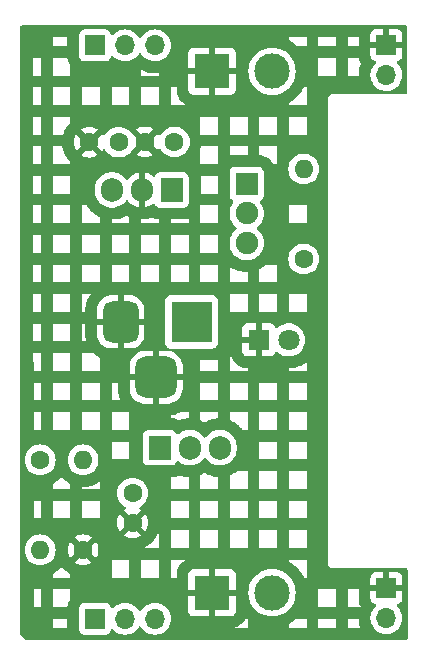
<source format=gbl>
%TF.GenerationSoftware,KiCad,Pcbnew,8.0.4*%
%TF.CreationDate,2025-01-30T18:37:50+05:30*%
%TF.ProjectId,Bread_board_power_supply,42726561-645f-4626-9f61-72645f706f77,1*%
%TF.SameCoordinates,Original*%
%TF.FileFunction,Copper,L2,Bot*%
%TF.FilePolarity,Positive*%
%FSLAX46Y46*%
G04 Gerber Fmt 4.6, Leading zero omitted, Abs format (unit mm)*
G04 Created by KiCad (PCBNEW 8.0.4) date 2025-01-30 18:37:50*
%MOMM*%
%LPD*%
G01*
G04 APERTURE LIST*
G04 Aperture macros list*
%AMRoundRect*
0 Rectangle with rounded corners*
0 $1 Rounding radius*
0 $2 $3 $4 $5 $6 $7 $8 $9 X,Y pos of 4 corners*
0 Add a 4 corners polygon primitive as box body*
4,1,4,$2,$3,$4,$5,$6,$7,$8,$9,$2,$3,0*
0 Add four circle primitives for the rounded corners*
1,1,$1+$1,$2,$3*
1,1,$1+$1,$4,$5*
1,1,$1+$1,$6,$7*
1,1,$1+$1,$8,$9*
0 Add four rect primitives between the rounded corners*
20,1,$1+$1,$2,$3,$4,$5,0*
20,1,$1+$1,$4,$5,$6,$7,0*
20,1,$1+$1,$6,$7,$8,$9,0*
20,1,$1+$1,$8,$9,$2,$3,0*%
G04 Aperture macros list end*
%TA.AperFunction,ComponentPad*%
%ADD10C,1.600000*%
%TD*%
%TA.AperFunction,ComponentPad*%
%ADD11O,1.600000X1.600000*%
%TD*%
%TA.AperFunction,ComponentPad*%
%ADD12R,1.905000X2.000000*%
%TD*%
%TA.AperFunction,ComponentPad*%
%ADD13O,1.905000X2.000000*%
%TD*%
%TA.AperFunction,ComponentPad*%
%ADD14R,1.800000X1.800000*%
%TD*%
%TA.AperFunction,ComponentPad*%
%ADD15C,1.800000*%
%TD*%
%TA.AperFunction,ComponentPad*%
%ADD16R,3.500000X3.500000*%
%TD*%
%TA.AperFunction,ComponentPad*%
%ADD17RoundRect,0.750000X-0.750000X-1.000000X0.750000X-1.000000X0.750000X1.000000X-0.750000X1.000000X0*%
%TD*%
%TA.AperFunction,ComponentPad*%
%ADD18RoundRect,0.875000X-0.875000X-0.875000X0.875000X-0.875000X0.875000X0.875000X-0.875000X0.875000X0*%
%TD*%
%TA.AperFunction,ComponentPad*%
%ADD19R,1.700000X1.700000*%
%TD*%
%TA.AperFunction,ComponentPad*%
%ADD20O,1.700000X1.700000*%
%TD*%
%TA.AperFunction,ComponentPad*%
%ADD21R,3.000000X3.000000*%
%TD*%
%TA.AperFunction,ComponentPad*%
%ADD22C,3.000000*%
%TD*%
%TA.AperFunction,ComponentPad*%
%ADD23R,1.900000X1.900000*%
%TD*%
%TA.AperFunction,ComponentPad*%
%ADD24C,1.900000*%
%TD*%
G04 APERTURE END LIST*
D10*
%TO.P,C1,1*%
%TO.N,/12V*%
X84308000Y-56642000D03*
%TO.P,C1,2*%
%TO.N,GND*%
X81808000Y-56642000D03*
%TD*%
%TO.P,R1,1*%
%TO.N,Net-(U2-ADJ)*%
X72940000Y-83560000D03*
D11*
%TO.P,R1,2*%
%TO.N,/3P3V*%
X72940000Y-91180000D03*
%TD*%
D10*
%TO.P,R2,1*%
%TO.N,Net-(D1-A)*%
X95250000Y-66548000D03*
D11*
%TO.P,R2,2*%
%TO.N,/12V*%
X95250000Y-58928000D03*
%TD*%
D12*
%TO.P,U1,1,VI*%
%TO.N,/12V*%
X84074000Y-60706000D03*
D13*
%TO.P,U1,2,GND*%
%TO.N,GND*%
X81534000Y-60706000D03*
%TO.P,U1,3,VO*%
%TO.N,/5V*%
X78994000Y-60706000D03*
%TD*%
D10*
%TO.P,C2,1*%
%TO.N,/5V*%
X79590000Y-56660000D03*
%TO.P,C2,2*%
%TO.N,GND*%
X77090000Y-56660000D03*
%TD*%
%TO.P,R3,1*%
%TO.N,GND*%
X76570000Y-91180000D03*
D11*
%TO.P,R3,2*%
%TO.N,Net-(U2-ADJ)*%
X76570000Y-83560000D03*
%TD*%
D14*
%TO.P,D1,1,K*%
%TO.N,GND*%
X91440000Y-73406000D03*
D15*
%TO.P,D1,2,A*%
%TO.N,Net-(D1-A)*%
X93980000Y-73406000D03*
%TD*%
D16*
%TO.P,J7,1*%
%TO.N,/PWR_input*%
X85756000Y-71882000D03*
D17*
%TO.P,J7,2*%
%TO.N,GND*%
X79756000Y-71882000D03*
D18*
%TO.P,J7,3*%
X82756000Y-76582000D03*
%TD*%
D19*
%TO.P,J2,1,Pin_1*%
%TO.N,GND*%
X102250000Y-94420000D03*
D20*
%TO.P,J2,2,Pin_2*%
%TO.N,/PWR_OUT_BOT*%
X102250000Y-96960000D03*
%TD*%
D21*
%TO.P,J6,1,Pin_1*%
%TO.N,GND*%
X87490000Y-94810000D03*
D22*
%TO.P,J6,2,Pin_2*%
%TO.N,/PWR_OUT_BOT*%
X92570000Y-94810000D03*
%TD*%
D10*
%TO.P,C3,1*%
%TO.N,/3P3V*%
X80770000Y-86380000D03*
%TO.P,C3,2*%
%TO.N,GND*%
X80770000Y-88880000D03*
%TD*%
D21*
%TO.P,J5,1,Pin_1*%
%TO.N,GND*%
X87490000Y-50670000D03*
D22*
%TO.P,J5,2,Pin_2*%
%TO.N,/PWR_OUT_TOP*%
X92570000Y-50670000D03*
%TD*%
D23*
%TO.P,S1,1*%
%TO.N,/12V*%
X90424000Y-60198000D03*
D24*
%TO.P,S1,2*%
%TO.N,/PWR_input*%
X90424000Y-62698000D03*
%TO.P,S1,3*%
%TO.N,unconnected-(S1-Pad3)*%
X90424000Y-65198000D03*
%TD*%
D19*
%TO.P,J3,1,Pin_1*%
%TO.N,/3P3V*%
X77584000Y-48470000D03*
D20*
%TO.P,J3,2,Pin_2*%
%TO.N,/PWR_OUT_TOP*%
X80124000Y-48470000D03*
%TO.P,J3,3,Pin_3*%
%TO.N,/5V*%
X82664000Y-48470000D03*
%TD*%
D19*
%TO.P,J1,1,Pin_1*%
%TO.N,GND*%
X102250000Y-48430000D03*
D20*
%TO.P,J1,2,Pin_2*%
%TO.N,/PWR_OUT_TOP*%
X102250000Y-50970000D03*
%TD*%
D12*
%TO.P,U2,1,ADJ*%
%TO.N,Net-(U2-ADJ)*%
X83060000Y-82530000D03*
D13*
%TO.P,U2,2,VO*%
%TO.N,/3P3V*%
X85600000Y-82530000D03*
%TO.P,U2,3,VI*%
%TO.N,/12V*%
X88140000Y-82530000D03*
%TD*%
D19*
%TO.P,J4,1,Pin_1*%
%TO.N,/3P3V*%
X77584000Y-97010000D03*
D20*
%TO.P,J4,2,Pin_2*%
%TO.N,/PWR_OUT_BOT*%
X80124000Y-97010000D03*
%TO.P,J4,3,Pin_3*%
%TO.N,/5V*%
X82664000Y-97010000D03*
%TD*%
%TA.AperFunction,Conductor*%
%TO.N,GND*%
G36*
X103967532Y-46792725D02*
G01*
X104013291Y-46845525D01*
X104024500Y-46897045D01*
X104024500Y-52453693D01*
X104004815Y-52520732D01*
X103952011Y-52566487D01*
X103900638Y-52577693D01*
X97780099Y-52584500D01*
X97714102Y-52584500D01*
X97713743Y-52584547D01*
X97713568Y-52584569D01*
X97677148Y-52594371D01*
X97650439Y-52601559D01*
X97650398Y-52601569D01*
X97650310Y-52601593D01*
X97586803Y-52618610D01*
X97586788Y-52618617D01*
X97586333Y-52618806D01*
X97586309Y-52618815D01*
X97529726Y-52651567D01*
X97529609Y-52651635D01*
X97472675Y-52684506D01*
X97472624Y-52684546D01*
X97472300Y-52684795D01*
X97472251Y-52684832D01*
X97472241Y-52684841D01*
X97472241Y-52684842D01*
X97426147Y-52731038D01*
X97379495Y-52777690D01*
X97379383Y-52777837D01*
X97379164Y-52778121D01*
X97346566Y-52834727D01*
X97346499Y-52834843D01*
X97313606Y-52891817D01*
X97313555Y-52891941D01*
X97313477Y-52892128D01*
X97313394Y-52892326D01*
X97303533Y-52929295D01*
X97296810Y-52954499D01*
X97296479Y-52955738D01*
X97296444Y-52955870D01*
X97279497Y-53019114D01*
X97279490Y-53019177D01*
X97279427Y-53019655D01*
X97279427Y-53019664D01*
X97279427Y-53019665D01*
X97279500Y-53085108D01*
X97279500Y-92290892D01*
X97284772Y-92310567D01*
X97313608Y-92418187D01*
X97341002Y-92465633D01*
X97379500Y-92532314D01*
X97472686Y-92625500D01*
X97586814Y-92691392D01*
X97714108Y-92725500D01*
X97845892Y-92725500D01*
X103925500Y-92725500D01*
X103992539Y-92745185D01*
X104038294Y-92797989D01*
X104049500Y-92849500D01*
X104049500Y-98695500D01*
X104029815Y-98762539D01*
X103977011Y-98808294D01*
X103925500Y-98819500D01*
X71785862Y-98819500D01*
X71718823Y-98799815D01*
X71698181Y-98783181D01*
X71306274Y-98391274D01*
X71272789Y-98329951D01*
X71269955Y-98303705D01*
X71269537Y-97821500D01*
X73998500Y-97821500D01*
X75235501Y-97821500D01*
X75235500Y-97021045D01*
X73998500Y-97021045D01*
X73998500Y-97821500D01*
X71269537Y-97821500D01*
X71268057Y-96112135D01*
X76233500Y-96112135D01*
X76233500Y-97907870D01*
X76233501Y-97907876D01*
X76239908Y-97967483D01*
X76290202Y-98102328D01*
X76290206Y-98102335D01*
X76376452Y-98217544D01*
X76376455Y-98217547D01*
X76491664Y-98303793D01*
X76491671Y-98303797D01*
X76626517Y-98354091D01*
X76626516Y-98354091D01*
X76633444Y-98354835D01*
X76686127Y-98360500D01*
X78481872Y-98360499D01*
X78541483Y-98354091D01*
X78676331Y-98303796D01*
X78791546Y-98217546D01*
X78877796Y-98102331D01*
X78926810Y-97970916D01*
X78968681Y-97914984D01*
X79034145Y-97890566D01*
X79102418Y-97905417D01*
X79130673Y-97926569D01*
X79252599Y-98048495D01*
X79349384Y-98116265D01*
X79446165Y-98184032D01*
X79446167Y-98184033D01*
X79446170Y-98184035D01*
X79660337Y-98283903D01*
X79888592Y-98345063D01*
X80065034Y-98360500D01*
X80123999Y-98365659D01*
X80124000Y-98365659D01*
X80124001Y-98365659D01*
X80182966Y-98360500D01*
X80359408Y-98345063D01*
X80587663Y-98283903D01*
X80801830Y-98184035D01*
X80995401Y-98048495D01*
X81162495Y-97881401D01*
X81292425Y-97695842D01*
X81347002Y-97652217D01*
X81416500Y-97645023D01*
X81478855Y-97676546D01*
X81495575Y-97695842D01*
X81625500Y-97881395D01*
X81625505Y-97881401D01*
X81792599Y-98048495D01*
X81889384Y-98116265D01*
X81986165Y-98184032D01*
X81986167Y-98184033D01*
X81986170Y-98184035D01*
X82200337Y-98283903D01*
X82428592Y-98345063D01*
X82605034Y-98360500D01*
X82663999Y-98365659D01*
X82664000Y-98365659D01*
X82664001Y-98365659D01*
X82722966Y-98360500D01*
X82899408Y-98345063D01*
X83127663Y-98283903D01*
X83341830Y-98184035D01*
X83535401Y-98048495D01*
X83702495Y-97881401D01*
X83753891Y-97808000D01*
X88998500Y-97808000D01*
X88998500Y-97821500D01*
X90500500Y-97821500D01*
X90500500Y-97446377D01*
X93998500Y-97446377D01*
X93998500Y-97821500D01*
X95500500Y-97821500D01*
X96498500Y-97821500D01*
X98000500Y-97821500D01*
X98998500Y-97821500D01*
X100060550Y-97821500D01*
X100060223Y-97820756D01*
X100047705Y-97790535D01*
X100045747Y-97785500D01*
X100030846Y-97744568D01*
X100029105Y-97739440D01*
X100019256Y-97708205D01*
X100017741Y-97703008D01*
X99945305Y-97432666D01*
X99944019Y-97427412D01*
X99936934Y-97395454D01*
X99935879Y-97390146D01*
X99928316Y-97347251D01*
X99927493Y-97341904D01*
X99923222Y-97309461D01*
X99922633Y-97304084D01*
X99898241Y-97025287D01*
X99897963Y-97021045D01*
X98998500Y-97021045D01*
X98998500Y-97821500D01*
X98000500Y-97821500D01*
X98000500Y-97021045D01*
X96498500Y-97021045D01*
X96498500Y-97821500D01*
X95500500Y-97821500D01*
X95500500Y-97021045D01*
X94599474Y-97021045D01*
X94576484Y-97044035D01*
X94573299Y-97047108D01*
X94553692Y-97065363D01*
X94550395Y-97068325D01*
X94523463Y-97091660D01*
X94520066Y-97094499D01*
X94499224Y-97111293D01*
X94495732Y-97114005D01*
X94238137Y-97306838D01*
X94234550Y-97309425D01*
X94212570Y-97324687D01*
X94208893Y-97327144D01*
X94178917Y-97346411D01*
X94175147Y-97348740D01*
X94152102Y-97362414D01*
X94148253Y-97364606D01*
X93998500Y-97446377D01*
X90500500Y-97446377D01*
X90500500Y-97021045D01*
X90314374Y-97021045D01*
X90292185Y-97061681D01*
X90287667Y-97069295D01*
X90258703Y-97114362D01*
X90253655Y-97121632D01*
X90124757Y-97293816D01*
X90119204Y-97300707D01*
X90084124Y-97341192D01*
X90078092Y-97347671D01*
X90027671Y-97398092D01*
X90021192Y-97404124D01*
X89980707Y-97439204D01*
X89973816Y-97444757D01*
X89801632Y-97573655D01*
X89794362Y-97578703D01*
X89749295Y-97607667D01*
X89741681Y-97612185D01*
X89679091Y-97646362D01*
X89671177Y-97650323D01*
X89622441Y-97672581D01*
X89614261Y-97675970D01*
X89416904Y-97749579D01*
X89409564Y-97752058D01*
X89364695Y-97765668D01*
X89357212Y-97767685D01*
X89296501Y-97782028D01*
X89288916Y-97783572D01*
X89242738Y-97791478D01*
X89235069Y-97792545D01*
X89131217Y-97803711D01*
X89127905Y-97804023D01*
X89107856Y-97805636D01*
X89104542Y-97805858D01*
X89077855Y-97807287D01*
X89074539Y-97807420D01*
X89054491Y-97807956D01*
X89051177Y-97808000D01*
X88998500Y-97808000D01*
X83753891Y-97808000D01*
X83838035Y-97687830D01*
X83937903Y-97473663D01*
X83999063Y-97245408D01*
X84019659Y-97010000D01*
X84015284Y-96959999D01*
X100894341Y-96959999D01*
X100894341Y-96960000D01*
X100914936Y-97195403D01*
X100914938Y-97195413D01*
X100976094Y-97423655D01*
X100976096Y-97423659D01*
X100976097Y-97423663D01*
X100999413Y-97473664D01*
X101075965Y-97637830D01*
X101075967Y-97637834D01*
X101176934Y-97782028D01*
X101211505Y-97831401D01*
X101378599Y-97998495D01*
X101450011Y-98048498D01*
X101572165Y-98134032D01*
X101572167Y-98134033D01*
X101572170Y-98134035D01*
X101786337Y-98233903D01*
X102014592Y-98295063D01*
X102202918Y-98311539D01*
X102249999Y-98315659D01*
X102250000Y-98315659D01*
X102250001Y-98315659D01*
X102289234Y-98312226D01*
X102485408Y-98295063D01*
X102713663Y-98233903D01*
X102927830Y-98134035D01*
X103121401Y-97998495D01*
X103288495Y-97831401D01*
X103424035Y-97637830D01*
X103523903Y-97423663D01*
X103585063Y-97195408D01*
X103605659Y-96960000D01*
X103585063Y-96724592D01*
X103523903Y-96496337D01*
X103424035Y-96282171D01*
X103323505Y-96138599D01*
X103288496Y-96088600D01*
X103248977Y-96049081D01*
X103166179Y-95966283D01*
X103132696Y-95904963D01*
X103137680Y-95835271D01*
X103179551Y-95779337D01*
X103210529Y-95762422D01*
X103342086Y-95713354D01*
X103342093Y-95713350D01*
X103457187Y-95627190D01*
X103457190Y-95627187D01*
X103543350Y-95512093D01*
X103543354Y-95512086D01*
X103593596Y-95377379D01*
X103593598Y-95377372D01*
X103599999Y-95317844D01*
X103600000Y-95317827D01*
X103600000Y-94670000D01*
X102683012Y-94670000D01*
X102715925Y-94612993D01*
X102750000Y-94485826D01*
X102750000Y-94354174D01*
X102715925Y-94227007D01*
X102683012Y-94170000D01*
X103600000Y-94170000D01*
X103600000Y-93522172D01*
X103599999Y-93522155D01*
X103593598Y-93462627D01*
X103593596Y-93462620D01*
X103543354Y-93327913D01*
X103543350Y-93327906D01*
X103457190Y-93212812D01*
X103457187Y-93212809D01*
X103342093Y-93126649D01*
X103342086Y-93126645D01*
X103207379Y-93076403D01*
X103207372Y-93076401D01*
X103147844Y-93070000D01*
X102500000Y-93070000D01*
X102500000Y-93986988D01*
X102442993Y-93954075D01*
X102315826Y-93920000D01*
X102184174Y-93920000D01*
X102057007Y-93954075D01*
X102000000Y-93986988D01*
X102000000Y-93070000D01*
X101352155Y-93070000D01*
X101292627Y-93076401D01*
X101292620Y-93076403D01*
X101157913Y-93126645D01*
X101157906Y-93126649D01*
X101042812Y-93212809D01*
X101042809Y-93212812D01*
X100956649Y-93327906D01*
X100956645Y-93327913D01*
X100906403Y-93462620D01*
X100906401Y-93462627D01*
X100900000Y-93522155D01*
X100900000Y-94170000D01*
X101816988Y-94170000D01*
X101784075Y-94227007D01*
X101750000Y-94354174D01*
X101750000Y-94485826D01*
X101784075Y-94612993D01*
X101816988Y-94670000D01*
X100900000Y-94670000D01*
X100900000Y-95317844D01*
X100906401Y-95377372D01*
X100906403Y-95377379D01*
X100956645Y-95512086D01*
X100956649Y-95512093D01*
X101042809Y-95627187D01*
X101042812Y-95627190D01*
X101157906Y-95713350D01*
X101157913Y-95713354D01*
X101289470Y-95762421D01*
X101345403Y-95804292D01*
X101369821Y-95869756D01*
X101354970Y-95938029D01*
X101333819Y-95966284D01*
X101211503Y-96088600D01*
X101075965Y-96282169D01*
X101075964Y-96282171D01*
X100976098Y-96496335D01*
X100976094Y-96496344D01*
X100914938Y-96724586D01*
X100914936Y-96724596D01*
X100894341Y-96959999D01*
X84015284Y-96959999D01*
X83999063Y-96774592D01*
X83939445Y-96552093D01*
X83937905Y-96546344D01*
X83937904Y-96546343D01*
X83937903Y-96546337D01*
X83838035Y-96332171D01*
X83833536Y-96325745D01*
X83702494Y-96138597D01*
X83535402Y-95971506D01*
X83535395Y-95971501D01*
X83527947Y-95966286D01*
X83458518Y-95917671D01*
X83341834Y-95835967D01*
X83341830Y-95835965D01*
X83273907Y-95804292D01*
X83127663Y-95736097D01*
X83127659Y-95736096D01*
X83127655Y-95736094D01*
X82899413Y-95674938D01*
X82899403Y-95674936D01*
X82664001Y-95654341D01*
X82663999Y-95654341D01*
X82428596Y-95674936D01*
X82428586Y-95674938D01*
X82200344Y-95736094D01*
X82200335Y-95736098D01*
X81986171Y-95835964D01*
X81986169Y-95835965D01*
X81792597Y-95971505D01*
X81625505Y-96138597D01*
X81495575Y-96324158D01*
X81440998Y-96367783D01*
X81371500Y-96374977D01*
X81309145Y-96343454D01*
X81292425Y-96324158D01*
X81162494Y-96138597D01*
X80995402Y-95971506D01*
X80995395Y-95971501D01*
X80987947Y-95966286D01*
X80918518Y-95917671D01*
X80801834Y-95835967D01*
X80801830Y-95835965D01*
X80733907Y-95804292D01*
X80587663Y-95736097D01*
X80587659Y-95736096D01*
X80587655Y-95736094D01*
X80359413Y-95674938D01*
X80359403Y-95674936D01*
X80124001Y-95654341D01*
X80123999Y-95654341D01*
X79888596Y-95674936D01*
X79888586Y-95674938D01*
X79660344Y-95736094D01*
X79660335Y-95736098D01*
X79446171Y-95835964D01*
X79446169Y-95835965D01*
X79252600Y-95971503D01*
X79130673Y-96093430D01*
X79069350Y-96126914D01*
X78999658Y-96121930D01*
X78943725Y-96080058D01*
X78926810Y-96049081D01*
X78877797Y-95917671D01*
X78877793Y-95917664D01*
X78791547Y-95802455D01*
X78791544Y-95802452D01*
X78676335Y-95716206D01*
X78676328Y-95716202D01*
X78541482Y-95665908D01*
X78541483Y-95665908D01*
X78481883Y-95659501D01*
X78481881Y-95659500D01*
X78481873Y-95659500D01*
X78481864Y-95659500D01*
X76686129Y-95659500D01*
X76686123Y-95659501D01*
X76626516Y-95665908D01*
X76491671Y-95716202D01*
X76491664Y-95716206D01*
X76376455Y-95802452D01*
X76376452Y-95802455D01*
X76290206Y-95917664D01*
X76290202Y-95917671D01*
X76239908Y-96052517D01*
X76233501Y-96112116D01*
X76233500Y-96112135D01*
X71268057Y-96112135D01*
X71266679Y-94521045D01*
X72390680Y-94521045D01*
X72391981Y-96023045D01*
X73000500Y-96023045D01*
X73998500Y-96023045D01*
X75239398Y-96023045D01*
X75239481Y-96022018D01*
X75239792Y-96018715D01*
X75250962Y-95914825D01*
X75252029Y-95907157D01*
X75259936Y-95860971D01*
X75261481Y-95853381D01*
X75275826Y-95792670D01*
X75277842Y-95785191D01*
X75291450Y-95740328D01*
X75293929Y-95732988D01*
X75367587Y-95535498D01*
X75370975Y-95527318D01*
X75393233Y-95478581D01*
X75397195Y-95470667D01*
X75431372Y-95408077D01*
X75435890Y-95400463D01*
X75464854Y-95355396D01*
X75469901Y-95348126D01*
X75500500Y-95307251D01*
X75500500Y-94521045D01*
X73998500Y-94521045D01*
X73998500Y-96023045D01*
X73000500Y-96023045D01*
X73000500Y-94521045D01*
X72390680Y-94521045D01*
X71266679Y-94521045D01*
X71265554Y-93222526D01*
X73998500Y-93222526D01*
X73998500Y-93523045D01*
X75500500Y-93523045D01*
X78998500Y-93523045D01*
X80500500Y-93523045D01*
X81498500Y-93523045D01*
X83000500Y-93523045D01*
X83998500Y-93523045D01*
X84492000Y-93523045D01*
X84492000Y-93262155D01*
X85490000Y-93262155D01*
X85490000Y-94560000D01*
X86770936Y-94560000D01*
X86759207Y-94588316D01*
X86730000Y-94735147D01*
X86730000Y-94884853D01*
X86759207Y-95031684D01*
X86770936Y-95060000D01*
X85490000Y-95060000D01*
X85490000Y-96357844D01*
X85496401Y-96417372D01*
X85496403Y-96417379D01*
X85546645Y-96552086D01*
X85546649Y-96552093D01*
X85632809Y-96667187D01*
X85632812Y-96667190D01*
X85747906Y-96753350D01*
X85747913Y-96753354D01*
X85882620Y-96803596D01*
X85882627Y-96803598D01*
X85942155Y-96809999D01*
X85942172Y-96810000D01*
X87240000Y-96810000D01*
X87240000Y-95529064D01*
X87268316Y-95540793D01*
X87415147Y-95570000D01*
X87564853Y-95570000D01*
X87711684Y-95540793D01*
X87740000Y-95529064D01*
X87740000Y-96810000D01*
X89037828Y-96810000D01*
X89037844Y-96809999D01*
X89097372Y-96803598D01*
X89097379Y-96803596D01*
X89232086Y-96753354D01*
X89232093Y-96753350D01*
X89347187Y-96667190D01*
X89347190Y-96667187D01*
X89433350Y-96552093D01*
X89433354Y-96552086D01*
X89483596Y-96417379D01*
X89483598Y-96417372D01*
X89489999Y-96357844D01*
X89490000Y-96357827D01*
X89490000Y-95060000D01*
X88209064Y-95060000D01*
X88220793Y-95031684D01*
X88250000Y-94884853D01*
X88250000Y-94809998D01*
X90564390Y-94809998D01*
X90564390Y-94810001D01*
X90584804Y-95095433D01*
X90645628Y-95375037D01*
X90645630Y-95375043D01*
X90645631Y-95375046D01*
X90702426Y-95527318D01*
X90745635Y-95643166D01*
X90882770Y-95894309D01*
X90882775Y-95894317D01*
X91054254Y-96123387D01*
X91054270Y-96123405D01*
X91256594Y-96325729D01*
X91256612Y-96325745D01*
X91485682Y-96497224D01*
X91485690Y-96497229D01*
X91736833Y-96634364D01*
X91736832Y-96634364D01*
X91736836Y-96634365D01*
X91736839Y-96634367D01*
X92004954Y-96734369D01*
X92004960Y-96734370D01*
X92004962Y-96734371D01*
X92284566Y-96795195D01*
X92284568Y-96795195D01*
X92284572Y-96795196D01*
X92538220Y-96813337D01*
X92569999Y-96815610D01*
X92570000Y-96815610D01*
X92570001Y-96815610D01*
X92598595Y-96813564D01*
X92855428Y-96795196D01*
X92950144Y-96774592D01*
X93135037Y-96734371D01*
X93135037Y-96734370D01*
X93135046Y-96734369D01*
X93403161Y-96634367D01*
X93654315Y-96497226D01*
X93883395Y-96325739D01*
X94085739Y-96123395D01*
X94160860Y-96023045D01*
X96498500Y-96023045D01*
X98000500Y-96023045D01*
X98998500Y-96023045D01*
X100095625Y-96023045D01*
X100096976Y-96020146D01*
X100063638Y-95959091D01*
X100059677Y-95951177D01*
X100037419Y-95902441D01*
X100034030Y-95894261D01*
X99960421Y-95696904D01*
X99957942Y-95689564D01*
X99944332Y-95644695D01*
X99942315Y-95637212D01*
X99927972Y-95576501D01*
X99926428Y-95568916D01*
X99918522Y-95522738D01*
X99917455Y-95515069D01*
X99906289Y-95411217D01*
X99905977Y-95407905D01*
X99904364Y-95387856D01*
X99904142Y-95384542D01*
X99902713Y-95357855D01*
X99902580Y-95354539D01*
X99902044Y-95334491D01*
X99902000Y-95331177D01*
X99902000Y-94521045D01*
X98998500Y-94521045D01*
X98998500Y-96023045D01*
X98000500Y-96023045D01*
X98000500Y-94521045D01*
X96498500Y-94521045D01*
X96498500Y-96023045D01*
X94160860Y-96023045D01*
X94257226Y-95894315D01*
X94394367Y-95643161D01*
X94494369Y-95375046D01*
X94503912Y-95331177D01*
X94555195Y-95095433D01*
X94555195Y-95095432D01*
X94555196Y-95095428D01*
X94575610Y-94810000D01*
X94555196Y-94524572D01*
X94546767Y-94485826D01*
X94494371Y-94244962D01*
X94494370Y-94244960D01*
X94494369Y-94244954D01*
X94394367Y-93976839D01*
X94363330Y-93920000D01*
X94257229Y-93725690D01*
X94257224Y-93725682D01*
X94085745Y-93496612D01*
X94085729Y-93496594D01*
X93883405Y-93294270D01*
X93883387Y-93294254D01*
X93654317Y-93122775D01*
X93654309Y-93122770D01*
X93403166Y-92985635D01*
X93403167Y-92985635D01*
X93196156Y-92908424D01*
X93135046Y-92885631D01*
X93135043Y-92885630D01*
X93135037Y-92885628D01*
X92855433Y-92824804D01*
X92570001Y-92804390D01*
X92569999Y-92804390D01*
X92284566Y-92824804D01*
X92004962Y-92885628D01*
X91736833Y-92985635D01*
X91485690Y-93122770D01*
X91485682Y-93122775D01*
X91256612Y-93294254D01*
X91256594Y-93294270D01*
X91054270Y-93496594D01*
X91054254Y-93496612D01*
X90882775Y-93725682D01*
X90882770Y-93725690D01*
X90745635Y-93976833D01*
X90645628Y-94244962D01*
X90584804Y-94524566D01*
X90564390Y-94809998D01*
X88250000Y-94809998D01*
X88250000Y-94735147D01*
X88220793Y-94588316D01*
X88209064Y-94560000D01*
X89490000Y-94560000D01*
X89490000Y-93262172D01*
X89489999Y-93262155D01*
X89483598Y-93202627D01*
X89483596Y-93202620D01*
X89433354Y-93067913D01*
X89433350Y-93067906D01*
X89347190Y-92952812D01*
X89347187Y-92952809D01*
X89232093Y-92866649D01*
X89232086Y-92866645D01*
X89097379Y-92816403D01*
X89097372Y-92816401D01*
X89037844Y-92810000D01*
X87740000Y-92810000D01*
X87740000Y-94090935D01*
X87711684Y-94079207D01*
X87564853Y-94050000D01*
X87415147Y-94050000D01*
X87268316Y-94079207D01*
X87240000Y-94090935D01*
X87240000Y-92810000D01*
X85942155Y-92810000D01*
X85882627Y-92816401D01*
X85882620Y-92816403D01*
X85747913Y-92866645D01*
X85747906Y-92866649D01*
X85632812Y-92952809D01*
X85632809Y-92952812D01*
X85546649Y-93067906D01*
X85546645Y-93067913D01*
X85496403Y-93202620D01*
X85496401Y-93202627D01*
X85490000Y-93262155D01*
X84492000Y-93262155D01*
X84492000Y-93248823D01*
X84492044Y-93245509D01*
X84492580Y-93225461D01*
X84492713Y-93222145D01*
X84494142Y-93195458D01*
X84494364Y-93192144D01*
X84495977Y-93172095D01*
X84496289Y-93168783D01*
X84507455Y-93064931D01*
X84508522Y-93057262D01*
X84516428Y-93011084D01*
X84517972Y-93003499D01*
X84532315Y-92942788D01*
X84534332Y-92935305D01*
X84547942Y-92890436D01*
X84550421Y-92883096D01*
X84624030Y-92685739D01*
X84627419Y-92677559D01*
X84649677Y-92628823D01*
X84653638Y-92620909D01*
X84687815Y-92558319D01*
X84692333Y-92550705D01*
X84721297Y-92505638D01*
X84726345Y-92498368D01*
X84855243Y-92326184D01*
X84860796Y-92319293D01*
X84895876Y-92278808D01*
X84901908Y-92272329D01*
X84952329Y-92221908D01*
X84958808Y-92215876D01*
X84999293Y-92180796D01*
X85006184Y-92175243D01*
X85008351Y-92173621D01*
X93998500Y-92173621D01*
X94148253Y-92255394D01*
X94152102Y-92257586D01*
X94175147Y-92271260D01*
X94178917Y-92273589D01*
X94208893Y-92292856D01*
X94212570Y-92295313D01*
X94234550Y-92310575D01*
X94238137Y-92313162D01*
X94495732Y-92505995D01*
X94499224Y-92508707D01*
X94520066Y-92525501D01*
X94523463Y-92528340D01*
X94550395Y-92551675D01*
X94553692Y-92554637D01*
X94573299Y-92572892D01*
X94576484Y-92575965D01*
X94804035Y-92803516D01*
X94807108Y-92806701D01*
X94825363Y-92826308D01*
X94828325Y-92829605D01*
X94851660Y-92856537D01*
X94854499Y-92859934D01*
X94871293Y-92880776D01*
X94874005Y-92884268D01*
X95066838Y-93141863D01*
X95069425Y-93145450D01*
X95084687Y-93167430D01*
X95087144Y-93171107D01*
X95106411Y-93201083D01*
X95108740Y-93204853D01*
X95122414Y-93227898D01*
X95124606Y-93231747D01*
X95278834Y-93514194D01*
X95280887Y-93518118D01*
X95283353Y-93523045D01*
X95500500Y-93523045D01*
X95500500Y-92021045D01*
X93998500Y-92021045D01*
X93998500Y-92173621D01*
X85008351Y-92173621D01*
X85178368Y-92046345D01*
X85185638Y-92041297D01*
X85217149Y-92021045D01*
X83998500Y-92021045D01*
X83998500Y-93523045D01*
X83000500Y-93523045D01*
X83000500Y-92021045D01*
X81498500Y-92021045D01*
X81498500Y-93523045D01*
X80500500Y-93523045D01*
X80500500Y-92021045D01*
X78998500Y-92021045D01*
X78998500Y-93523045D01*
X75500500Y-93523045D01*
X75500500Y-93216846D01*
X75476004Y-93205424D01*
X75471152Y-93203032D01*
X75442114Y-93187916D01*
X75437369Y-93185312D01*
X75399646Y-93163532D01*
X75395019Y-93160724D01*
X75367418Y-93143139D01*
X75362922Y-93140135D01*
X75088527Y-92947999D01*
X75052264Y-92908424D01*
X74975147Y-92774852D01*
X74841572Y-92697733D01*
X74801998Y-92661470D01*
X74755306Y-92594788D01*
X74745075Y-92609400D01*
X74741877Y-92613761D01*
X74721957Y-92639723D01*
X74718570Y-92643944D01*
X74690571Y-92677313D01*
X74687003Y-92681381D01*
X74664885Y-92705519D01*
X74661143Y-92709428D01*
X74469428Y-92901143D01*
X74465519Y-92904885D01*
X74441381Y-92927003D01*
X74437313Y-92930571D01*
X74403944Y-92958570D01*
X74399723Y-92961957D01*
X74373761Y-92981877D01*
X74369401Y-92985074D01*
X74147321Y-93140574D01*
X74142825Y-93143578D01*
X74115228Y-93161160D01*
X74110601Y-93163968D01*
X74072880Y-93185746D01*
X74068139Y-93188347D01*
X74039103Y-93203463D01*
X74034248Y-93205857D01*
X73998500Y-93222526D01*
X71265554Y-93222526D01*
X71263785Y-91179998D01*
X71634532Y-91179998D01*
X71634532Y-91180001D01*
X71654364Y-91406686D01*
X71654366Y-91406697D01*
X71713258Y-91626488D01*
X71713261Y-91626497D01*
X71809431Y-91832732D01*
X71809432Y-91832734D01*
X71939954Y-92019141D01*
X72100858Y-92180045D01*
X72100861Y-92180047D01*
X72287266Y-92310568D01*
X72493504Y-92406739D01*
X72713308Y-92465635D01*
X72875230Y-92479801D01*
X72939998Y-92485468D01*
X72940000Y-92485468D01*
X72940002Y-92485468D01*
X72996673Y-92480509D01*
X73166692Y-92465635D01*
X73386496Y-92406739D01*
X73592734Y-92310568D01*
X73779139Y-92180047D01*
X73940047Y-92019139D01*
X74070568Y-91832734D01*
X74166739Y-91626496D01*
X74225635Y-91406692D01*
X74245468Y-91180000D01*
X74245468Y-91179997D01*
X75265034Y-91179997D01*
X75265034Y-91180002D01*
X75284858Y-91406599D01*
X75284860Y-91406610D01*
X75343730Y-91626317D01*
X75343735Y-91626331D01*
X75439863Y-91832478D01*
X75490974Y-91905472D01*
X76170000Y-91226446D01*
X76170000Y-91232661D01*
X76197259Y-91334394D01*
X76249920Y-91425606D01*
X76324394Y-91500080D01*
X76415606Y-91552741D01*
X76517339Y-91580000D01*
X76523553Y-91580000D01*
X75844526Y-92259025D01*
X75917513Y-92310132D01*
X75917521Y-92310136D01*
X76123668Y-92406264D01*
X76123682Y-92406269D01*
X76343389Y-92465139D01*
X76343400Y-92465141D01*
X76569998Y-92484966D01*
X76570002Y-92484966D01*
X76796599Y-92465141D01*
X76796610Y-92465139D01*
X77016317Y-92406269D01*
X77016331Y-92406264D01*
X77222478Y-92310136D01*
X77295471Y-92259024D01*
X76616447Y-91580000D01*
X76622661Y-91580000D01*
X76724394Y-91552741D01*
X76815606Y-91500080D01*
X76890080Y-91425606D01*
X76942741Y-91334394D01*
X76970000Y-91232661D01*
X76970000Y-91226447D01*
X77649024Y-91905471D01*
X77700136Y-91832478D01*
X77796264Y-91626331D01*
X77796269Y-91626317D01*
X77855139Y-91406610D01*
X77855141Y-91406599D01*
X77874966Y-91180002D01*
X77874966Y-91179997D01*
X77861234Y-91023045D01*
X81611233Y-91023045D01*
X83000500Y-91023045D01*
X83998500Y-91023045D01*
X85500500Y-91023045D01*
X86498500Y-91023045D01*
X88000500Y-91023045D01*
X88998500Y-91023045D01*
X90500500Y-91023045D01*
X91498500Y-91023045D01*
X93000500Y-91023045D01*
X93998500Y-91023045D01*
X95500500Y-91023045D01*
X95500500Y-89521045D01*
X93998500Y-89521045D01*
X93998500Y-91023045D01*
X93000500Y-91023045D01*
X93000500Y-89521045D01*
X91498500Y-89521045D01*
X91498500Y-91023045D01*
X90500500Y-91023045D01*
X90500500Y-89521045D01*
X88998500Y-89521045D01*
X88998500Y-91023045D01*
X88000500Y-91023045D01*
X88000500Y-89521045D01*
X86498500Y-89521045D01*
X86498500Y-91023045D01*
X85500500Y-91023045D01*
X85500500Y-89521045D01*
X83998500Y-89521045D01*
X83998500Y-91023045D01*
X83000500Y-91023045D01*
X83000500Y-89521045D01*
X82977298Y-89521045D01*
X82954622Y-89605672D01*
X82953107Y-89610870D01*
X82943258Y-89642104D01*
X82941518Y-89647228D01*
X82926619Y-89688158D01*
X82924658Y-89693200D01*
X82912139Y-89723420D01*
X82909962Y-89728367D01*
X82795421Y-89974002D01*
X82793027Y-89978857D01*
X82777905Y-90007905D01*
X82775301Y-90012651D01*
X82753518Y-90050376D01*
X82750712Y-90055000D01*
X82733132Y-90082593D01*
X82730128Y-90087089D01*
X82537995Y-90361476D01*
X82498419Y-90397739D01*
X82364851Y-90474851D01*
X82287739Y-90608419D01*
X82251476Y-90647995D01*
X81977089Y-90840128D01*
X81972593Y-90843132D01*
X81945000Y-90860712D01*
X81940376Y-90863518D01*
X81902651Y-90885301D01*
X81897905Y-90887905D01*
X81868857Y-90903027D01*
X81864002Y-90905421D01*
X81618367Y-91019962D01*
X81613420Y-91022139D01*
X81611233Y-91023045D01*
X77861234Y-91023045D01*
X77855141Y-90953400D01*
X77855139Y-90953389D01*
X77796269Y-90733682D01*
X77796264Y-90733668D01*
X77700136Y-90527521D01*
X77700132Y-90527513D01*
X77649025Y-90454526D01*
X76970000Y-91133551D01*
X76970000Y-91127339D01*
X76942741Y-91025606D01*
X76890080Y-90934394D01*
X76815606Y-90859920D01*
X76724394Y-90807259D01*
X76622661Y-90780000D01*
X76616448Y-90780000D01*
X77295472Y-90100974D01*
X77222478Y-90049863D01*
X77016331Y-89953735D01*
X77016317Y-89953730D01*
X76796610Y-89894860D01*
X76796599Y-89894858D01*
X76570002Y-89875034D01*
X76569998Y-89875034D01*
X76343400Y-89894858D01*
X76343389Y-89894860D01*
X76123682Y-89953730D01*
X76123673Y-89953734D01*
X75917516Y-90049866D01*
X75917512Y-90049868D01*
X75844526Y-90100973D01*
X75844526Y-90100974D01*
X76523553Y-90780000D01*
X76517339Y-90780000D01*
X76415606Y-90807259D01*
X76324394Y-90859920D01*
X76249920Y-90934394D01*
X76197259Y-91025606D01*
X76170000Y-91127339D01*
X76170000Y-91133552D01*
X75490974Y-90454526D01*
X75490973Y-90454526D01*
X75439868Y-90527512D01*
X75439866Y-90527516D01*
X75343734Y-90733673D01*
X75343730Y-90733682D01*
X75284860Y-90953389D01*
X75284858Y-90953400D01*
X75265034Y-91179997D01*
X74245468Y-91179997D01*
X74225635Y-90953308D01*
X74166739Y-90733504D01*
X74070568Y-90527266D01*
X73940047Y-90340861D01*
X73940045Y-90340858D01*
X73779141Y-90179954D01*
X73592734Y-90049432D01*
X73592732Y-90049431D01*
X73386497Y-89953261D01*
X73386488Y-89953258D01*
X73166697Y-89894366D01*
X73166693Y-89894365D01*
X73166692Y-89894365D01*
X73166691Y-89894364D01*
X73166686Y-89894364D01*
X72940002Y-89874532D01*
X72939998Y-89874532D01*
X72713313Y-89894364D01*
X72713302Y-89894366D01*
X72493511Y-89953258D01*
X72493502Y-89953261D01*
X72287267Y-90049431D01*
X72287265Y-90049432D01*
X72100858Y-90179954D01*
X71939954Y-90340858D01*
X71809432Y-90527265D01*
X71809431Y-90527267D01*
X71713261Y-90733502D01*
X71713258Y-90733511D01*
X71654366Y-90953302D01*
X71654364Y-90953313D01*
X71634532Y-91179998D01*
X71263785Y-91179998D01*
X71260183Y-87021045D01*
X72384184Y-87021045D01*
X72385485Y-88523045D01*
X73000500Y-88523045D01*
X73998500Y-88523045D01*
X75500500Y-88523045D01*
X76498500Y-88523045D01*
X78000500Y-88523045D01*
X78000500Y-87021045D01*
X76498500Y-87021045D01*
X76498500Y-88523045D01*
X75500500Y-88523045D01*
X75500500Y-87021045D01*
X73998500Y-87021045D01*
X73998500Y-88523045D01*
X73000500Y-88523045D01*
X73000500Y-87021045D01*
X72384184Y-87021045D01*
X71260183Y-87021045D01*
X71259628Y-86379998D01*
X79464532Y-86379998D01*
X79464532Y-86380001D01*
X79484364Y-86606686D01*
X79484366Y-86606697D01*
X79543258Y-86826488D01*
X79543261Y-86826497D01*
X79639431Y-87032732D01*
X79639432Y-87032734D01*
X79769954Y-87219141D01*
X79930858Y-87380045D01*
X79930861Y-87380047D01*
X80117266Y-87510568D01*
X80132975Y-87517893D01*
X80185414Y-87564064D01*
X80204567Y-87631257D01*
X80184352Y-87698138D01*
X80132979Y-87742656D01*
X80117514Y-87749867D01*
X80117512Y-87749868D01*
X80044526Y-87800973D01*
X80044526Y-87800974D01*
X80723553Y-88480000D01*
X80717339Y-88480000D01*
X80615606Y-88507259D01*
X80524394Y-88559920D01*
X80449920Y-88634394D01*
X80397259Y-88725606D01*
X80370000Y-88827339D01*
X80370000Y-88833552D01*
X79690974Y-88154526D01*
X79690973Y-88154526D01*
X79639868Y-88227512D01*
X79639866Y-88227516D01*
X79543734Y-88433673D01*
X79543730Y-88433682D01*
X79484860Y-88653389D01*
X79484858Y-88653400D01*
X79465034Y-88879997D01*
X79465034Y-88880002D01*
X79484858Y-89106599D01*
X79484860Y-89106610D01*
X79543730Y-89326317D01*
X79543735Y-89326331D01*
X79639863Y-89532478D01*
X79690974Y-89605472D01*
X80370000Y-88926446D01*
X80370000Y-88932661D01*
X80397259Y-89034394D01*
X80449920Y-89125606D01*
X80524394Y-89200080D01*
X80615606Y-89252741D01*
X80717339Y-89280000D01*
X80723553Y-89280000D01*
X80044526Y-89959025D01*
X80117513Y-90010132D01*
X80117521Y-90010136D01*
X80323668Y-90106264D01*
X80323682Y-90106269D01*
X80543389Y-90165139D01*
X80543400Y-90165141D01*
X80769998Y-90184966D01*
X80770002Y-90184966D01*
X80996599Y-90165141D01*
X80996610Y-90165139D01*
X81216317Y-90106269D01*
X81216331Y-90106264D01*
X81422478Y-90010136D01*
X81495471Y-89959024D01*
X80816447Y-89280000D01*
X80822661Y-89280000D01*
X80924394Y-89252741D01*
X81015606Y-89200080D01*
X81090080Y-89125606D01*
X81142741Y-89034394D01*
X81170000Y-88932661D01*
X81170000Y-88926447D01*
X81849024Y-89605471D01*
X81900136Y-89532478D01*
X81996264Y-89326331D01*
X81996269Y-89326317D01*
X82055139Y-89106610D01*
X82055141Y-89106599D01*
X82074966Y-88880002D01*
X82074966Y-88879997D01*
X82055141Y-88653400D01*
X82055139Y-88653389D01*
X82020214Y-88523045D01*
X83998500Y-88523045D01*
X85500500Y-88523045D01*
X86498500Y-88523045D01*
X88000500Y-88523045D01*
X88998500Y-88523045D01*
X90500500Y-88523045D01*
X91498500Y-88523045D01*
X93000500Y-88523045D01*
X93998500Y-88523045D01*
X95500500Y-88523045D01*
X95500500Y-87021045D01*
X93998500Y-87021045D01*
X93998500Y-88523045D01*
X93000500Y-88523045D01*
X93000500Y-87021045D01*
X91498500Y-87021045D01*
X91498500Y-88523045D01*
X90500500Y-88523045D01*
X90500500Y-87021045D01*
X88998500Y-87021045D01*
X88998500Y-88523045D01*
X88000500Y-88523045D01*
X88000500Y-87021045D01*
X86498500Y-87021045D01*
X86498500Y-88523045D01*
X85500500Y-88523045D01*
X85500500Y-87021045D01*
X83998500Y-87021045D01*
X83998500Y-88523045D01*
X82020214Y-88523045D01*
X81996269Y-88433682D01*
X81996264Y-88433668D01*
X81900136Y-88227521D01*
X81900132Y-88227513D01*
X81849025Y-88154526D01*
X81170000Y-88833551D01*
X81170000Y-88827339D01*
X81142741Y-88725606D01*
X81090080Y-88634394D01*
X81015606Y-88559920D01*
X80924394Y-88507259D01*
X80822661Y-88480000D01*
X80816448Y-88480000D01*
X81495472Y-87800974D01*
X81422480Y-87749864D01*
X81407024Y-87742657D01*
X81354585Y-87696484D01*
X81335433Y-87629290D01*
X81355649Y-87562409D01*
X81407023Y-87517893D01*
X81422734Y-87510568D01*
X81609139Y-87380047D01*
X81770047Y-87219139D01*
X81900568Y-87032734D01*
X81996739Y-86826496D01*
X82055635Y-86606692D01*
X82075468Y-86380000D01*
X82055635Y-86153308D01*
X81996739Y-85933504D01*
X81900568Y-85727266D01*
X81770047Y-85540861D01*
X81770045Y-85540858D01*
X81609141Y-85379954D01*
X81422734Y-85249432D01*
X81422732Y-85249431D01*
X81216497Y-85153261D01*
X81216488Y-85153258D01*
X80996697Y-85094366D01*
X80996693Y-85094365D01*
X80996692Y-85094365D01*
X80996691Y-85094364D01*
X80996686Y-85094364D01*
X80770002Y-85074532D01*
X80769998Y-85074532D01*
X80543313Y-85094364D01*
X80543302Y-85094366D01*
X80323511Y-85153258D01*
X80323502Y-85153261D01*
X80117267Y-85249431D01*
X80117265Y-85249432D01*
X79930858Y-85379954D01*
X79769954Y-85540858D01*
X79639432Y-85727265D01*
X79639431Y-85727267D01*
X79543261Y-85933502D01*
X79543258Y-85933511D01*
X79484366Y-86153302D01*
X79484364Y-86153313D01*
X79464532Y-86379998D01*
X71259628Y-86379998D01*
X71258954Y-85602526D01*
X73998500Y-85602526D01*
X73998500Y-86023045D01*
X75500500Y-86023045D01*
X75500500Y-85861024D01*
X76498500Y-85861024D01*
X76498500Y-86023045D01*
X78000500Y-86023045D01*
X78000500Y-85364268D01*
X77999401Y-85365074D01*
X77777321Y-85520574D01*
X77772825Y-85523578D01*
X77745228Y-85541160D01*
X77740601Y-85543968D01*
X77702880Y-85565746D01*
X77698139Y-85568347D01*
X77669103Y-85583463D01*
X77664249Y-85585857D01*
X77418541Y-85700433D01*
X77413592Y-85702611D01*
X77383371Y-85715130D01*
X77378333Y-85717089D01*
X77337401Y-85731990D01*
X77332273Y-85733731D01*
X77301038Y-85743580D01*
X77295841Y-85745095D01*
X77033951Y-85815267D01*
X77028696Y-85816553D01*
X76996737Y-85823638D01*
X76991430Y-85824693D01*
X76948535Y-85832256D01*
X76943188Y-85833079D01*
X76910744Y-85837350D01*
X76905367Y-85837939D01*
X76635286Y-85861568D01*
X76629889Y-85861922D01*
X76597189Y-85863350D01*
X76591779Y-85863468D01*
X76548221Y-85863468D01*
X76542811Y-85863350D01*
X76510111Y-85861922D01*
X76504713Y-85861568D01*
X76498500Y-85861024D01*
X75500500Y-85861024D01*
X75500500Y-85597397D01*
X75475751Y-85585857D01*
X75470897Y-85583463D01*
X75441861Y-85568347D01*
X75437120Y-85565746D01*
X75399399Y-85543968D01*
X75394772Y-85541160D01*
X75367175Y-85523578D01*
X75362679Y-85520574D01*
X75140599Y-85365074D01*
X75136239Y-85361877D01*
X75110277Y-85341957D01*
X75106056Y-85338570D01*
X75072687Y-85310571D01*
X75068619Y-85307003D01*
X75044481Y-85284885D01*
X75040572Y-85281143D01*
X74848857Y-85089428D01*
X74845115Y-85085519D01*
X74822997Y-85061381D01*
X74819429Y-85057313D01*
X74795252Y-85028499D01*
X83998500Y-85028499D01*
X83998500Y-86023045D01*
X85500500Y-86023045D01*
X85500500Y-85028500D01*
X85466036Y-85028500D01*
X85461164Y-85028404D01*
X85431712Y-85027246D01*
X85426847Y-85026959D01*
X85387768Y-85023881D01*
X85382931Y-85023405D01*
X85353697Y-85019945D01*
X85348873Y-85019277D01*
X85084288Y-84977370D01*
X85079500Y-84976515D01*
X85050637Y-84970775D01*
X85045886Y-84969733D01*
X85007768Y-84960585D01*
X85003051Y-84959355D01*
X84974674Y-84951353D01*
X84970010Y-84949938D01*
X84715198Y-84867145D01*
X84710595Y-84865549D01*
X84706738Y-84864126D01*
X84701835Y-84866804D01*
X84693919Y-84870767D01*
X84645182Y-84893025D01*
X84637002Y-84896413D01*
X84439518Y-84970069D01*
X84432179Y-84972548D01*
X84387328Y-84986153D01*
X84379852Y-84988168D01*
X84319137Y-85002516D01*
X84311545Y-85004061D01*
X84265340Y-85011972D01*
X84257667Y-85013041D01*
X84153744Y-85024212D01*
X84150439Y-85024522D01*
X84130399Y-85026135D01*
X84127078Y-85026358D01*
X84100395Y-85027786D01*
X84097082Y-85027919D01*
X84077034Y-85028455D01*
X84073720Y-85028499D01*
X83998500Y-85028499D01*
X74795252Y-85028499D01*
X74791430Y-85023944D01*
X74788043Y-85019723D01*
X74768123Y-84993761D01*
X74764926Y-84989401D01*
X74755000Y-84975224D01*
X74745074Y-84989401D01*
X74741877Y-84993761D01*
X74721957Y-85019723D01*
X74718570Y-85023944D01*
X74690571Y-85057313D01*
X74687003Y-85061381D01*
X74664885Y-85085519D01*
X74661143Y-85089428D01*
X74469428Y-85281143D01*
X74465519Y-85284885D01*
X74441381Y-85307003D01*
X74437313Y-85310571D01*
X74403944Y-85338570D01*
X74399723Y-85341957D01*
X74373761Y-85361877D01*
X74369401Y-85365074D01*
X74147321Y-85520574D01*
X74142825Y-85523578D01*
X74115228Y-85541160D01*
X74110601Y-85543968D01*
X74072880Y-85565746D01*
X74068139Y-85568347D01*
X74039103Y-85583463D01*
X74034248Y-85585857D01*
X73998500Y-85602526D01*
X71258954Y-85602526D01*
X71257185Y-83559998D01*
X71634532Y-83559998D01*
X71634532Y-83560001D01*
X71654364Y-83786686D01*
X71654366Y-83786697D01*
X71713258Y-84006488D01*
X71713261Y-84006497D01*
X71809431Y-84212732D01*
X71809432Y-84212734D01*
X71939954Y-84399141D01*
X72100858Y-84560045D01*
X72100861Y-84560047D01*
X72287266Y-84690568D01*
X72493504Y-84786739D01*
X72713308Y-84845635D01*
X72875230Y-84859801D01*
X72939998Y-84865468D01*
X72940000Y-84865468D01*
X72940002Y-84865468D01*
X72996673Y-84860509D01*
X73166692Y-84845635D01*
X73386496Y-84786739D01*
X73592734Y-84690568D01*
X73779139Y-84560047D01*
X73940047Y-84399139D01*
X74070568Y-84212734D01*
X74166739Y-84006496D01*
X74225635Y-83786692D01*
X74245468Y-83560000D01*
X74245468Y-83559998D01*
X75264532Y-83559998D01*
X75264532Y-83560001D01*
X75284364Y-83786686D01*
X75284366Y-83786697D01*
X75343258Y-84006488D01*
X75343261Y-84006497D01*
X75439431Y-84212732D01*
X75439432Y-84212734D01*
X75569954Y-84399141D01*
X75730858Y-84560045D01*
X75730861Y-84560047D01*
X75917266Y-84690568D01*
X76123504Y-84786739D01*
X76343308Y-84845635D01*
X76505230Y-84859801D01*
X76569998Y-84865468D01*
X76570000Y-84865468D01*
X76570002Y-84865468D01*
X76607428Y-84862193D01*
X86498500Y-84862193D01*
X86498500Y-86023045D01*
X88000500Y-86023045D01*
X88000500Y-85028377D01*
X87971712Y-85027246D01*
X87966847Y-85026959D01*
X87927768Y-85023881D01*
X87922931Y-85023405D01*
X87893697Y-85019945D01*
X87888873Y-85019277D01*
X87624288Y-84977370D01*
X87619500Y-84976515D01*
X87590637Y-84970775D01*
X87585886Y-84969733D01*
X87547768Y-84960585D01*
X87543051Y-84959355D01*
X87514674Y-84951353D01*
X87510010Y-84949938D01*
X87281497Y-84875690D01*
X88998500Y-84875690D01*
X88998500Y-86023045D01*
X90500500Y-86023045D01*
X91498500Y-86023045D01*
X93000500Y-86023045D01*
X93998500Y-86023045D01*
X95500500Y-86023045D01*
X95500500Y-84521045D01*
X93998500Y-84521045D01*
X93998500Y-86023045D01*
X93000500Y-86023045D01*
X93000500Y-84521045D01*
X91498500Y-84521045D01*
X91498500Y-86023045D01*
X90500500Y-86023045D01*
X90500500Y-84521045D01*
X89634830Y-84521045D01*
X89472290Y-84639137D01*
X89468295Y-84641922D01*
X89443798Y-84658290D01*
X89439697Y-84660915D01*
X89406273Y-84681397D01*
X89402072Y-84683859D01*
X89376376Y-84698249D01*
X89372083Y-84700544D01*
X89133381Y-84822169D01*
X89129002Y-84824293D01*
X89102260Y-84836622D01*
X89097799Y-84838573D01*
X89061583Y-84853575D01*
X89057049Y-84855350D01*
X89029405Y-84865549D01*
X89024801Y-84867145D01*
X88998500Y-84875690D01*
X87281497Y-84875690D01*
X87255198Y-84867145D01*
X87250595Y-84865549D01*
X87222951Y-84855350D01*
X87218417Y-84853575D01*
X87182201Y-84838573D01*
X87177740Y-84836622D01*
X87150998Y-84824293D01*
X87146619Y-84822169D01*
X86907917Y-84700544D01*
X86903624Y-84698249D01*
X86877928Y-84683859D01*
X86873727Y-84681397D01*
X86870000Y-84679113D01*
X86866273Y-84681397D01*
X86862072Y-84683859D01*
X86836376Y-84698249D01*
X86832083Y-84700544D01*
X86593381Y-84822169D01*
X86589002Y-84824293D01*
X86562260Y-84836622D01*
X86557799Y-84838573D01*
X86521583Y-84853575D01*
X86517049Y-84855350D01*
X86498500Y-84862193D01*
X76607428Y-84862193D01*
X76626673Y-84860509D01*
X76796692Y-84845635D01*
X77016496Y-84786739D01*
X77222734Y-84690568D01*
X77409139Y-84560047D01*
X77570047Y-84399139D01*
X77700568Y-84212734D01*
X77796739Y-84006496D01*
X77855635Y-83786692D01*
X77875468Y-83560000D01*
X77874186Y-83545351D01*
X77872234Y-83523045D01*
X78998500Y-83523045D01*
X80500500Y-83523045D01*
X80500500Y-82021045D01*
X78998500Y-82021045D01*
X78998500Y-83523045D01*
X77872234Y-83523045D01*
X77855635Y-83333313D01*
X77855635Y-83333308D01*
X77796739Y-83113504D01*
X77700568Y-82907266D01*
X77570047Y-82720861D01*
X77570045Y-82720858D01*
X77409141Y-82559954D01*
X77222734Y-82429432D01*
X77222732Y-82429431D01*
X77016497Y-82333261D01*
X77016488Y-82333258D01*
X76796697Y-82274366D01*
X76796693Y-82274365D01*
X76796692Y-82274365D01*
X76796691Y-82274364D01*
X76796686Y-82274364D01*
X76570002Y-82254532D01*
X76569998Y-82254532D01*
X76343313Y-82274364D01*
X76343302Y-82274366D01*
X76123511Y-82333258D01*
X76123502Y-82333261D01*
X75917267Y-82429431D01*
X75917265Y-82429432D01*
X75730858Y-82559954D01*
X75569954Y-82720858D01*
X75439432Y-82907265D01*
X75439431Y-82907267D01*
X75343261Y-83113502D01*
X75343258Y-83113511D01*
X75284366Y-83333302D01*
X75284364Y-83333313D01*
X75264532Y-83559998D01*
X74245468Y-83559998D01*
X74244186Y-83545351D01*
X74225635Y-83333313D01*
X74225635Y-83333308D01*
X74166739Y-83113504D01*
X74070568Y-82907266D01*
X73940047Y-82720861D01*
X73940045Y-82720858D01*
X73779141Y-82559954D01*
X73592734Y-82429432D01*
X73592732Y-82429431D01*
X73386497Y-82333261D01*
X73386488Y-82333258D01*
X73166697Y-82274366D01*
X73166693Y-82274365D01*
X73166692Y-82274365D01*
X73166691Y-82274364D01*
X73166686Y-82274364D01*
X72940002Y-82254532D01*
X72939998Y-82254532D01*
X72713313Y-82274364D01*
X72713302Y-82274366D01*
X72493511Y-82333258D01*
X72493502Y-82333261D01*
X72287267Y-82429431D01*
X72287265Y-82429432D01*
X72100858Y-82559954D01*
X71939954Y-82720858D01*
X71809432Y-82907265D01*
X71809431Y-82907267D01*
X71713261Y-83113502D01*
X71713258Y-83113511D01*
X71654366Y-83333302D01*
X71654364Y-83333313D01*
X71634532Y-83559998D01*
X71257185Y-83559998D01*
X71255385Y-81482135D01*
X81607000Y-81482135D01*
X81607000Y-83577870D01*
X81607001Y-83577876D01*
X81613408Y-83637483D01*
X81663702Y-83772328D01*
X81663706Y-83772335D01*
X81749952Y-83887544D01*
X81749955Y-83887547D01*
X81865164Y-83973793D01*
X81865171Y-83973797D01*
X82000017Y-84024091D01*
X82000016Y-84024091D01*
X82006944Y-84024835D01*
X82059627Y-84030500D01*
X84060372Y-84030499D01*
X84119983Y-84024091D01*
X84254831Y-83973796D01*
X84370046Y-83887546D01*
X84456296Y-83772331D01*
X84466690Y-83744460D01*
X84508560Y-83688527D01*
X84574023Y-83664108D01*
X84642297Y-83678958D01*
X84655746Y-83687465D01*
X84838462Y-83820217D01*
X84970599Y-83887544D01*
X85042244Y-83924049D01*
X85259751Y-83994721D01*
X85259752Y-83994721D01*
X85259755Y-83994722D01*
X85485646Y-84030500D01*
X85485647Y-84030500D01*
X85714353Y-84030500D01*
X85714354Y-84030500D01*
X85940245Y-83994722D01*
X85940248Y-83994721D01*
X85940249Y-83994721D01*
X86157755Y-83924049D01*
X86157755Y-83924048D01*
X86157758Y-83924048D01*
X86361538Y-83820217D01*
X86546566Y-83685786D01*
X86708286Y-83524066D01*
X86769683Y-83439559D01*
X86825012Y-83396896D01*
X86894625Y-83390917D01*
X86956420Y-83423523D01*
X86970314Y-83439556D01*
X87031714Y-83524066D01*
X87193434Y-83685786D01*
X87378462Y-83820217D01*
X87510599Y-83887544D01*
X87582244Y-83924049D01*
X87799751Y-83994721D01*
X87799752Y-83994721D01*
X87799755Y-83994722D01*
X88025646Y-84030500D01*
X88025647Y-84030500D01*
X88254353Y-84030500D01*
X88254354Y-84030500D01*
X88480245Y-83994722D01*
X88480248Y-83994721D01*
X88480249Y-83994721D01*
X88697755Y-83924049D01*
X88697755Y-83924048D01*
X88697758Y-83924048D01*
X88901538Y-83820217D01*
X89086566Y-83685786D01*
X89248286Y-83524066D01*
X89249028Y-83523045D01*
X91498500Y-83523045D01*
X93000500Y-83523045D01*
X93998500Y-83523045D01*
X95500500Y-83523045D01*
X95500500Y-82021045D01*
X93998500Y-82021045D01*
X93998500Y-83523045D01*
X93000500Y-83523045D01*
X93000500Y-82021045D01*
X91498500Y-82021045D01*
X91498500Y-83523045D01*
X89249028Y-83523045D01*
X89382717Y-83339038D01*
X89486548Y-83135258D01*
X89557222Y-82917745D01*
X89593000Y-82691854D01*
X89593000Y-82368146D01*
X89557222Y-82142255D01*
X89557221Y-82142251D01*
X89557221Y-82142250D01*
X89486549Y-81924744D01*
X89486548Y-81924742D01*
X89382717Y-81720962D01*
X89248286Y-81535934D01*
X89086566Y-81374214D01*
X88901538Y-81239783D01*
X88697755Y-81135950D01*
X88480248Y-81065278D01*
X88294812Y-81035908D01*
X88254354Y-81029500D01*
X88025646Y-81029500D01*
X87985188Y-81035908D01*
X87799753Y-81065278D01*
X87799750Y-81065278D01*
X87582244Y-81135950D01*
X87378461Y-81239783D01*
X87312550Y-81287671D01*
X87193434Y-81374214D01*
X87193432Y-81374216D01*
X87193431Y-81374216D01*
X87031715Y-81535932D01*
X86970318Y-81620438D01*
X86914987Y-81663103D01*
X86845374Y-81669082D01*
X86783579Y-81636476D01*
X86769682Y-81620438D01*
X86758773Y-81605423D01*
X86708286Y-81535934D01*
X86546566Y-81374214D01*
X86361538Y-81239783D01*
X86157755Y-81135950D01*
X85940248Y-81065278D01*
X85754812Y-81035908D01*
X85714354Y-81029500D01*
X85485646Y-81029500D01*
X85445188Y-81035908D01*
X85259753Y-81065278D01*
X85259750Y-81065278D01*
X85042244Y-81135950D01*
X84838461Y-81239783D01*
X84655759Y-81372525D01*
X84589952Y-81396005D01*
X84521898Y-81380180D01*
X84473203Y-81330074D01*
X84466690Y-81315538D01*
X84456296Y-81287669D01*
X84456293Y-81287664D01*
X84370047Y-81172455D01*
X84370044Y-81172452D01*
X84254835Y-81086206D01*
X84254828Y-81086202D01*
X84119982Y-81035908D01*
X84119983Y-81035908D01*
X84060383Y-81029501D01*
X84060381Y-81029500D01*
X84060373Y-81029500D01*
X84060364Y-81029500D01*
X82059629Y-81029500D01*
X82059623Y-81029501D01*
X82000016Y-81035908D01*
X81865171Y-81086202D01*
X81865164Y-81086206D01*
X81749955Y-81172452D01*
X81749952Y-81172455D01*
X81663706Y-81287664D01*
X81663702Y-81287671D01*
X81613408Y-81422517D01*
X81607001Y-81482116D01*
X81607000Y-81482135D01*
X71255385Y-81482135D01*
X71253687Y-79521045D01*
X72377688Y-79521045D01*
X72378989Y-81023045D01*
X73000500Y-81023045D01*
X73998500Y-81023045D01*
X75500500Y-81023045D01*
X76498500Y-81023045D01*
X78000500Y-81023045D01*
X78998500Y-81023045D01*
X80500500Y-81023045D01*
X80500500Y-80197806D01*
X86498500Y-80197806D01*
X86517049Y-80204650D01*
X86521583Y-80206425D01*
X86557799Y-80221427D01*
X86562260Y-80223378D01*
X86589002Y-80235707D01*
X86593381Y-80237831D01*
X86832083Y-80359456D01*
X86836376Y-80361751D01*
X86862072Y-80376141D01*
X86866273Y-80378603D01*
X86870000Y-80380886D01*
X86873727Y-80378603D01*
X86877928Y-80376141D01*
X86903624Y-80361751D01*
X86907917Y-80359456D01*
X87146619Y-80237831D01*
X87150998Y-80235707D01*
X87177740Y-80223378D01*
X87182201Y-80221427D01*
X87218417Y-80206425D01*
X87222951Y-80204650D01*
X87250595Y-80194451D01*
X87255198Y-80192855D01*
X87281503Y-80184308D01*
X88998500Y-80184308D01*
X89024802Y-80192855D01*
X89029405Y-80194451D01*
X89057049Y-80204650D01*
X89061583Y-80206425D01*
X89097799Y-80221427D01*
X89102260Y-80223378D01*
X89129002Y-80235707D01*
X89133381Y-80237831D01*
X89372083Y-80359456D01*
X89376376Y-80361751D01*
X89402072Y-80376141D01*
X89406273Y-80378603D01*
X89439697Y-80399085D01*
X89443798Y-80401710D01*
X89468295Y-80418078D01*
X89472291Y-80420863D01*
X89689036Y-80578338D01*
X89692919Y-80581278D01*
X89716053Y-80599516D01*
X89719816Y-80602604D01*
X89749623Y-80628062D01*
X89753263Y-80631297D01*
X89774891Y-80651290D01*
X89778400Y-80654664D01*
X89967836Y-80844100D01*
X89971210Y-80847609D01*
X89991203Y-80869237D01*
X89994438Y-80872877D01*
X90019896Y-80902684D01*
X90022984Y-80906447D01*
X90041222Y-80929581D01*
X90044162Y-80933465D01*
X90109246Y-81023045D01*
X90500500Y-81023045D01*
X91498500Y-81023045D01*
X93000500Y-81023045D01*
X93998500Y-81023045D01*
X95500500Y-81023045D01*
X95500500Y-79521045D01*
X93998500Y-79521045D01*
X93998500Y-81023045D01*
X93000500Y-81023045D01*
X93000500Y-79521045D01*
X91498500Y-79521045D01*
X91498500Y-81023045D01*
X90500500Y-81023045D01*
X90500500Y-79521045D01*
X88998500Y-79521045D01*
X88998500Y-80184308D01*
X87281503Y-80184308D01*
X87510010Y-80110062D01*
X87514674Y-80108647D01*
X87543051Y-80100645D01*
X87547768Y-80099415D01*
X87585886Y-80090267D01*
X87590637Y-80089225D01*
X87619500Y-80083485D01*
X87624288Y-80082630D01*
X87888873Y-80040723D01*
X87893697Y-80040055D01*
X87922931Y-80036595D01*
X87927768Y-80036119D01*
X87966847Y-80033041D01*
X87971712Y-80032754D01*
X88000500Y-80031622D01*
X88000500Y-79521045D01*
X86498500Y-79521045D01*
X86498500Y-80197806D01*
X80500500Y-80197806D01*
X80500500Y-79802897D01*
X83998500Y-79802897D01*
X83998500Y-80031500D01*
X84073748Y-80031500D01*
X84077072Y-80031545D01*
X84097174Y-80032084D01*
X84100494Y-80032217D01*
X84127180Y-80033649D01*
X84130489Y-80033871D01*
X84150482Y-80035481D01*
X84153785Y-80035792D01*
X84257675Y-80046962D01*
X84265343Y-80048029D01*
X84311529Y-80055936D01*
X84319119Y-80057481D01*
X84379830Y-80071826D01*
X84387309Y-80073842D01*
X84432172Y-80087450D01*
X84439512Y-80089929D01*
X84637002Y-80163587D01*
X84645182Y-80166975D01*
X84693919Y-80189233D01*
X84701833Y-80193195D01*
X84706738Y-80195873D01*
X84710595Y-80194451D01*
X84715198Y-80192855D01*
X84970010Y-80110062D01*
X84974674Y-80108647D01*
X85003051Y-80100645D01*
X85007768Y-80099415D01*
X85045886Y-80090267D01*
X85050637Y-80089225D01*
X85079500Y-80083485D01*
X85084288Y-80082630D01*
X85348873Y-80040723D01*
X85353697Y-80040055D01*
X85382931Y-80036595D01*
X85387768Y-80036119D01*
X85426847Y-80033041D01*
X85431712Y-80032754D01*
X85461164Y-80031596D01*
X85466036Y-80031500D01*
X85500500Y-80031500D01*
X85500500Y-79521045D01*
X84802337Y-79521045D01*
X84712802Y-79573586D01*
X84708208Y-79576152D01*
X84680086Y-79591088D01*
X84675386Y-79593458D01*
X84637147Y-79611731D01*
X84632348Y-79613901D01*
X84603055Y-79626400D01*
X84598172Y-79628362D01*
X84339531Y-79725969D01*
X84334566Y-79727723D01*
X84304312Y-79737695D01*
X84299278Y-79739236D01*
X84258502Y-79750782D01*
X84253407Y-79752109D01*
X84222436Y-79759474D01*
X84217294Y-79760582D01*
X83998500Y-79802897D01*
X80500500Y-79802897D01*
X80500500Y-79521045D01*
X78998500Y-79521045D01*
X78998500Y-81023045D01*
X78000500Y-81023045D01*
X78000500Y-79521045D01*
X76498500Y-79521045D01*
X76498500Y-81023045D01*
X75500500Y-81023045D01*
X75500500Y-79521045D01*
X73998500Y-79521045D01*
X73998500Y-81023045D01*
X73000500Y-81023045D01*
X73000500Y-79521045D01*
X72377688Y-79521045D01*
X71253687Y-79521045D01*
X71251522Y-77021045D01*
X72375523Y-77021045D01*
X72376824Y-78523045D01*
X73000500Y-78523045D01*
X73998500Y-78523045D01*
X75500500Y-78523045D01*
X76498500Y-78523045D01*
X78000500Y-78523045D01*
X78998500Y-78523045D01*
X79755919Y-78523045D01*
X79746912Y-78506086D01*
X79744542Y-78501386D01*
X79726269Y-78463147D01*
X79724099Y-78458348D01*
X79711600Y-78429055D01*
X79709638Y-78424172D01*
X79612031Y-78165531D01*
X79610277Y-78160566D01*
X79600305Y-78130312D01*
X79598764Y-78125278D01*
X79587218Y-78084502D01*
X79585891Y-78079407D01*
X79578526Y-78048436D01*
X79577418Y-78043294D01*
X79525681Y-77775786D01*
X79524941Y-77771573D01*
X79520906Y-77746009D01*
X79520312Y-77741771D01*
X79516120Y-77707591D01*
X79515673Y-77703337D01*
X79513411Y-77677562D01*
X79513110Y-77673296D01*
X79508788Y-77591901D01*
X79508657Y-77588605D01*
X79508044Y-77565431D01*
X79508001Y-77562152D01*
X79508001Y-77021045D01*
X78998500Y-77021045D01*
X78998500Y-78523045D01*
X78000500Y-78523045D01*
X78000500Y-77021045D01*
X76498500Y-77021045D01*
X76498500Y-78523045D01*
X75500500Y-78523045D01*
X75500500Y-77021045D01*
X73998500Y-77021045D01*
X73998500Y-78523045D01*
X73000500Y-78523045D01*
X73000500Y-77021045D01*
X72375523Y-77021045D01*
X71251522Y-77021045D01*
X71250500Y-75841166D01*
X71250500Y-74521045D01*
X72373357Y-74521045D01*
X72374658Y-76023045D01*
X73000500Y-76023045D01*
X73998500Y-76023045D01*
X75500500Y-76023045D01*
X76498500Y-76023045D01*
X78000500Y-76023045D01*
X78000500Y-75613421D01*
X80506000Y-75613421D01*
X80506000Y-76332000D01*
X81322988Y-76332000D01*
X81290075Y-76389007D01*
X81256000Y-76516174D01*
X81256000Y-76647826D01*
X81290075Y-76774993D01*
X81322988Y-76832000D01*
X80506001Y-76832000D01*
X80506001Y-77550588D01*
X80508794Y-77603191D01*
X80553237Y-77832987D01*
X80635879Y-78051975D01*
X80754339Y-78253841D01*
X80754344Y-78253848D01*
X80905211Y-78432786D01*
X80905213Y-78432788D01*
X81084151Y-78583655D01*
X81084158Y-78583660D01*
X81286024Y-78702120D01*
X81505012Y-78784762D01*
X81734809Y-78829205D01*
X81787382Y-78831998D01*
X81787421Y-78831999D01*
X82505999Y-78831999D01*
X82506000Y-78831998D01*
X82506000Y-77082000D01*
X83006000Y-77082000D01*
X83006000Y-78831999D01*
X83724576Y-78831999D01*
X83724588Y-78831998D01*
X83777191Y-78829205D01*
X84006987Y-78784762D01*
X84225975Y-78702120D01*
X84427841Y-78583660D01*
X84427848Y-78583655D01*
X84499735Y-78523045D01*
X86498500Y-78523045D01*
X88000500Y-78523045D01*
X88998500Y-78523045D01*
X90500500Y-78523045D01*
X91498500Y-78523045D01*
X93000500Y-78523045D01*
X93998500Y-78523045D01*
X95500500Y-78523045D01*
X95500500Y-77021045D01*
X93998500Y-77021045D01*
X93998500Y-78523045D01*
X93000500Y-78523045D01*
X93000500Y-77021045D01*
X91498500Y-77021045D01*
X91498500Y-78523045D01*
X90500500Y-78523045D01*
X90500500Y-77021045D01*
X88998500Y-77021045D01*
X88998500Y-78523045D01*
X88000500Y-78523045D01*
X88000500Y-77021045D01*
X86498500Y-77021045D01*
X86498500Y-78523045D01*
X84499735Y-78523045D01*
X84606786Y-78432788D01*
X84606788Y-78432786D01*
X84757655Y-78253848D01*
X84757660Y-78253841D01*
X84876120Y-78051975D01*
X84958762Y-77832987D01*
X85003205Y-77603191D01*
X85003205Y-77603190D01*
X85005998Y-77550617D01*
X85006000Y-77550578D01*
X85006000Y-76832000D01*
X84189012Y-76832000D01*
X84221925Y-76774993D01*
X84256000Y-76647826D01*
X84256000Y-76516174D01*
X84221925Y-76389007D01*
X84189012Y-76332000D01*
X85005999Y-76332000D01*
X85005999Y-75613423D01*
X85005998Y-75613411D01*
X85003205Y-75560808D01*
X84958762Y-75331012D01*
X84883092Y-75130499D01*
X86498500Y-75130499D01*
X86498500Y-76023045D01*
X88000500Y-76023045D01*
X88998500Y-76023045D01*
X90500500Y-76023045D01*
X90500500Y-75804500D01*
X93998500Y-75804500D01*
X93998500Y-76023045D01*
X95500500Y-76023045D01*
X95500500Y-75261930D01*
X95345326Y-75382707D01*
X95341217Y-75385772D01*
X95315978Y-75403792D01*
X95311744Y-75406685D01*
X95277199Y-75429253D01*
X95272853Y-75431965D01*
X95246221Y-75447834D01*
X95241766Y-75450366D01*
X95001352Y-75580472D01*
X94996795Y-75582817D01*
X94968933Y-75596438D01*
X94964279Y-75598595D01*
X94926491Y-75615169D01*
X94921761Y-75617128D01*
X94892880Y-75628398D01*
X94888066Y-75630163D01*
X94629515Y-75718924D01*
X94624633Y-75720488D01*
X94594909Y-75729337D01*
X94589965Y-75730698D01*
X94549962Y-75740827D01*
X94544972Y-75741982D01*
X94514631Y-75748344D01*
X94509594Y-75749292D01*
X94239963Y-75794285D01*
X94234890Y-75795024D01*
X94204121Y-75798859D01*
X94199025Y-75799387D01*
X94157902Y-75802795D01*
X94152784Y-75803113D01*
X94121804Y-75804394D01*
X94116681Y-75804500D01*
X93998500Y-75804500D01*
X90500500Y-75804500D01*
X90500500Y-75804000D01*
X90478823Y-75804000D01*
X90475509Y-75803956D01*
X90455461Y-75803420D01*
X90452145Y-75803287D01*
X90425458Y-75801858D01*
X90422144Y-75801636D01*
X90402095Y-75800023D01*
X90398783Y-75799711D01*
X90294931Y-75788545D01*
X90287262Y-75787478D01*
X90241084Y-75779572D01*
X90233499Y-75778028D01*
X90172788Y-75763685D01*
X90165305Y-75761668D01*
X90120436Y-75748058D01*
X90113096Y-75745579D01*
X89915739Y-75671970D01*
X89907559Y-75668581D01*
X89858823Y-75646323D01*
X89850909Y-75642362D01*
X89788319Y-75608185D01*
X89780705Y-75603667D01*
X89735638Y-75574703D01*
X89728368Y-75569655D01*
X89556184Y-75440757D01*
X89549293Y-75435204D01*
X89508808Y-75400124D01*
X89502329Y-75394092D01*
X89451908Y-75343671D01*
X89445876Y-75337192D01*
X89410796Y-75296707D01*
X89405243Y-75289816D01*
X89276345Y-75117632D01*
X89271297Y-75110362D01*
X89242333Y-75065295D01*
X89237815Y-75057681D01*
X89203638Y-74995091D01*
X89199677Y-74987177D01*
X89177419Y-74938441D01*
X89174030Y-74930261D01*
X89100421Y-74732904D01*
X89097942Y-74725564D01*
X89084332Y-74680695D01*
X89082315Y-74673212D01*
X89067972Y-74612501D01*
X89066428Y-74604916D01*
X89058522Y-74558738D01*
X89057455Y-74551069D01*
X89054227Y-74521045D01*
X88998500Y-74521045D01*
X88998500Y-76023045D01*
X88000500Y-76023045D01*
X88000500Y-75046900D01*
X87933018Y-75072069D01*
X87925679Y-75074548D01*
X87880828Y-75088153D01*
X87873352Y-75090168D01*
X87812637Y-75104516D01*
X87805045Y-75106061D01*
X87758840Y-75113972D01*
X87751167Y-75115041D01*
X87647244Y-75126212D01*
X87643939Y-75126522D01*
X87623899Y-75128135D01*
X87620578Y-75128358D01*
X87593895Y-75129786D01*
X87590582Y-75129919D01*
X87570534Y-75130455D01*
X87567220Y-75130499D01*
X86498500Y-75130499D01*
X84883092Y-75130499D01*
X84876120Y-75112024D01*
X84757660Y-74910158D01*
X84757655Y-74910151D01*
X84606788Y-74731213D01*
X84606786Y-74731211D01*
X84427848Y-74580344D01*
X84427841Y-74580339D01*
X84225975Y-74461879D01*
X84006984Y-74379236D01*
X84001840Y-74378241D01*
X83939760Y-74346180D01*
X83904869Y-74285646D01*
X83908244Y-74215858D01*
X83948814Y-74158973D01*
X84013697Y-74133052D01*
X84025374Y-74132499D01*
X87553872Y-74132499D01*
X87613483Y-74126091D01*
X87748331Y-74075796D01*
X87863546Y-73989546D01*
X87949796Y-73874331D01*
X88000091Y-73739483D01*
X88006500Y-73679873D01*
X88006500Y-72458155D01*
X90040000Y-72458155D01*
X90040000Y-73156000D01*
X91064722Y-73156000D01*
X91020667Y-73232306D01*
X90990000Y-73346756D01*
X90990000Y-73465244D01*
X91020667Y-73579694D01*
X91064722Y-73656000D01*
X90040000Y-73656000D01*
X90040000Y-74353844D01*
X90046401Y-74413372D01*
X90046403Y-74413379D01*
X90096645Y-74548086D01*
X90096649Y-74548093D01*
X90182809Y-74663187D01*
X90182812Y-74663190D01*
X90297906Y-74749350D01*
X90297913Y-74749354D01*
X90432620Y-74799596D01*
X90432627Y-74799598D01*
X90492155Y-74805999D01*
X90492172Y-74806000D01*
X91190000Y-74806000D01*
X91190000Y-73781277D01*
X91266306Y-73825333D01*
X91380756Y-73856000D01*
X91499244Y-73856000D01*
X91613694Y-73825333D01*
X91690000Y-73781277D01*
X91690000Y-74806000D01*
X92387828Y-74806000D01*
X92387844Y-74805999D01*
X92447372Y-74799598D01*
X92447379Y-74799596D01*
X92582086Y-74749354D01*
X92582093Y-74749350D01*
X92697187Y-74663190D01*
X92697190Y-74663187D01*
X92783350Y-74548093D01*
X92783355Y-74548084D01*
X92812075Y-74471081D01*
X92853945Y-74415147D01*
X92919409Y-74390729D01*
X92987682Y-74405580D01*
X93019484Y-74430428D01*
X93028216Y-74439913D01*
X93028219Y-74439915D01*
X93028222Y-74439918D01*
X93211365Y-74582464D01*
X93211371Y-74582468D01*
X93211374Y-74582470D01*
X93415497Y-74692936D01*
X93510539Y-74725564D01*
X93635015Y-74768297D01*
X93635017Y-74768297D01*
X93635019Y-74768298D01*
X93863951Y-74806500D01*
X93863952Y-74806500D01*
X94096048Y-74806500D01*
X94096049Y-74806500D01*
X94324981Y-74768298D01*
X94544503Y-74692936D01*
X94748626Y-74582470D01*
X94751358Y-74580344D01*
X94903562Y-74461879D01*
X94931784Y-74439913D01*
X95088979Y-74269153D01*
X95215924Y-74074849D01*
X95309157Y-73862300D01*
X95366134Y-73637305D01*
X95377397Y-73501380D01*
X95385300Y-73406006D01*
X95385300Y-73405993D01*
X95366135Y-73174702D01*
X95366133Y-73174691D01*
X95309157Y-72949699D01*
X95215924Y-72737151D01*
X95088983Y-72542852D01*
X95088980Y-72542849D01*
X95088979Y-72542847D01*
X94931784Y-72372087D01*
X94931779Y-72372083D01*
X94931777Y-72372081D01*
X94748634Y-72229535D01*
X94748628Y-72229531D01*
X94544504Y-72119064D01*
X94544495Y-72119061D01*
X94324984Y-72043702D01*
X94137404Y-72012401D01*
X94096049Y-72005500D01*
X93863951Y-72005500D01*
X93822596Y-72012401D01*
X93635015Y-72043702D01*
X93415504Y-72119061D01*
X93415495Y-72119064D01*
X93211371Y-72229531D01*
X93211365Y-72229535D01*
X93028222Y-72372081D01*
X93028215Y-72372087D01*
X93019484Y-72381572D01*
X92959595Y-72417561D01*
X92889757Y-72415458D01*
X92832143Y-72375932D01*
X92812075Y-72340918D01*
X92783355Y-72263915D01*
X92783350Y-72263906D01*
X92697190Y-72148812D01*
X92697187Y-72148809D01*
X92582093Y-72062649D01*
X92582086Y-72062645D01*
X92447379Y-72012403D01*
X92447372Y-72012401D01*
X92387844Y-72006000D01*
X91690000Y-72006000D01*
X91690000Y-73030722D01*
X91613694Y-72986667D01*
X91499244Y-72956000D01*
X91380756Y-72956000D01*
X91266306Y-72986667D01*
X91190000Y-73030722D01*
X91190000Y-72006000D01*
X90492155Y-72006000D01*
X90432627Y-72012401D01*
X90432620Y-72012403D01*
X90297913Y-72062645D01*
X90297906Y-72062649D01*
X90182812Y-72148809D01*
X90182809Y-72148812D01*
X90096649Y-72263906D01*
X90096645Y-72263913D01*
X90046403Y-72398620D01*
X90046401Y-72398627D01*
X90040000Y-72458155D01*
X88006500Y-72458155D01*
X88006499Y-70084128D01*
X88000091Y-70024517D01*
X87981558Y-69974829D01*
X88998500Y-69974829D01*
X89000212Y-69990756D01*
X89000522Y-69994061D01*
X89002135Y-70014101D01*
X89002358Y-70017422D01*
X89003786Y-70044105D01*
X89003919Y-70047418D01*
X89004455Y-70067466D01*
X89004499Y-70070780D01*
X89004499Y-71023045D01*
X90298744Y-71023045D01*
X90398783Y-71012289D01*
X90402095Y-71011977D01*
X90422144Y-71010364D01*
X90425458Y-71010142D01*
X90452145Y-71008713D01*
X90455461Y-71008580D01*
X90475509Y-71008044D01*
X90478823Y-71008000D01*
X90500500Y-71008000D01*
X91498500Y-71008000D01*
X92401177Y-71008000D01*
X92404491Y-71008044D01*
X92424539Y-71008580D01*
X92427855Y-71008713D01*
X92454542Y-71010142D01*
X92457856Y-71010364D01*
X92477905Y-71011977D01*
X92481217Y-71012289D01*
X92581256Y-71023045D01*
X93000500Y-71023045D01*
X93000500Y-71007500D01*
X93998500Y-71007500D01*
X94116681Y-71007500D01*
X94121804Y-71007606D01*
X94152784Y-71008887D01*
X94157902Y-71009205D01*
X94199025Y-71012613D01*
X94204121Y-71013141D01*
X94234890Y-71016976D01*
X94239963Y-71017715D01*
X94271904Y-71023045D01*
X95500500Y-71023045D01*
X95500500Y-69521045D01*
X93998500Y-69521045D01*
X93998500Y-71007500D01*
X93000500Y-71007500D01*
X93000500Y-69521045D01*
X91498500Y-69521045D01*
X91498500Y-71008000D01*
X90500500Y-71008000D01*
X90500500Y-69521045D01*
X88998500Y-69521045D01*
X88998500Y-69974829D01*
X87981558Y-69974829D01*
X87960571Y-69918559D01*
X87949797Y-69889671D01*
X87949793Y-69889664D01*
X87863547Y-69774455D01*
X87863544Y-69774452D01*
X87748335Y-69688206D01*
X87748328Y-69688202D01*
X87613482Y-69637908D01*
X87613483Y-69637908D01*
X87553883Y-69631501D01*
X87553881Y-69631500D01*
X87553873Y-69631500D01*
X87553864Y-69631500D01*
X83958129Y-69631500D01*
X83958123Y-69631501D01*
X83898516Y-69637908D01*
X83763671Y-69688202D01*
X83763664Y-69688206D01*
X83648455Y-69774452D01*
X83648452Y-69774455D01*
X83562206Y-69889664D01*
X83562202Y-69889671D01*
X83511908Y-70024517D01*
X83505916Y-70080258D01*
X83505501Y-70084123D01*
X83505500Y-70084135D01*
X83505500Y-73679870D01*
X83505501Y-73679876D01*
X83511908Y-73739483D01*
X83562202Y-73874328D01*
X83562206Y-73874335D01*
X83648452Y-73989544D01*
X83648455Y-73989547D01*
X83763664Y-74075793D01*
X83763673Y-74075798D01*
X83812506Y-74094011D01*
X83868440Y-74135881D01*
X83892858Y-74201345D01*
X83878007Y-74269618D01*
X83828603Y-74319024D01*
X83762598Y-74334018D01*
X83724625Y-74332001D01*
X83724579Y-74332000D01*
X83006000Y-74332000D01*
X83006000Y-76082000D01*
X82506000Y-76082000D01*
X82506000Y-74332000D01*
X81787423Y-74332000D01*
X81787411Y-74332001D01*
X81734808Y-74334794D01*
X81505012Y-74379237D01*
X81286024Y-74461879D01*
X81084158Y-74580339D01*
X81084151Y-74580344D01*
X80905213Y-74731211D01*
X80905211Y-74731213D01*
X80754344Y-74910151D01*
X80754339Y-74910158D01*
X80635879Y-75112024D01*
X80553237Y-75331012D01*
X80508794Y-75560808D01*
X80508794Y-75560809D01*
X80506001Y-75613382D01*
X80506000Y-75613421D01*
X78000500Y-75613421D01*
X78000500Y-74894312D01*
X77953494Y-74872962D01*
X77948478Y-74870547D01*
X77918483Y-74855263D01*
X77913587Y-74852628D01*
X77874621Y-74830519D01*
X77869842Y-74827664D01*
X77841337Y-74809753D01*
X77836693Y-74806687D01*
X77614901Y-74653030D01*
X77610397Y-74649758D01*
X77583595Y-74629350D01*
X77579241Y-74625877D01*
X77544850Y-74597162D01*
X77540661Y-74593503D01*
X77515827Y-74570802D01*
X77511809Y-74566959D01*
X77465895Y-74521045D01*
X76498500Y-74521045D01*
X76498500Y-76023045D01*
X75500500Y-76023045D01*
X75500500Y-74521045D01*
X73998500Y-74521045D01*
X73998500Y-76023045D01*
X73000500Y-76023045D01*
X73000500Y-74521045D01*
X72373357Y-74521045D01*
X71250500Y-74521045D01*
X71250500Y-72021045D01*
X72371192Y-72021045D01*
X72372493Y-73523045D01*
X73000500Y-73523045D01*
X73998500Y-73523045D01*
X75500500Y-73523045D01*
X76498500Y-73523045D01*
X76849262Y-73523045D01*
X76793517Y-73301816D01*
X76792349Y-73296731D01*
X76785931Y-73265826D01*
X76784978Y-73260697D01*
X76778175Y-73219250D01*
X76777438Y-73214082D01*
X76773642Y-73182754D01*
X76773124Y-73177567D01*
X76759729Y-73007366D01*
X76759442Y-73002500D01*
X76758096Y-72968202D01*
X76758001Y-72963339D01*
X76758001Y-72021045D01*
X76498500Y-72021045D01*
X76498500Y-73523045D01*
X75500500Y-73523045D01*
X75500500Y-72021045D01*
X73998500Y-72021045D01*
X73998500Y-73523045D01*
X73000500Y-73523045D01*
X73000500Y-72021045D01*
X72371192Y-72021045D01*
X71250500Y-72021045D01*
X71250500Y-69521045D01*
X72369027Y-69521045D01*
X72370328Y-71023045D01*
X73000500Y-71023045D01*
X73998500Y-71023045D01*
X75500500Y-71023045D01*
X76498500Y-71023045D01*
X76758000Y-71023045D01*
X76758000Y-70817803D01*
X77756000Y-70817803D01*
X77756000Y-71632000D01*
X79256000Y-71632000D01*
X79256000Y-72132000D01*
X77756001Y-72132000D01*
X77756001Y-72946197D01*
X77766400Y-73078332D01*
X77821377Y-73296519D01*
X77914428Y-73501374D01*
X77914431Y-73501380D01*
X78042559Y-73686323D01*
X78042569Y-73686335D01*
X78201664Y-73845430D01*
X78201676Y-73845440D01*
X78386619Y-73973568D01*
X78386625Y-73973571D01*
X78591480Y-74066622D01*
X78809667Y-74121599D01*
X78941810Y-74131999D01*
X79505999Y-74131999D01*
X79506000Y-74131998D01*
X79506000Y-73315012D01*
X79563007Y-73347925D01*
X79690174Y-73382000D01*
X79821826Y-73382000D01*
X79948993Y-73347925D01*
X80006000Y-73315012D01*
X80006000Y-74131999D01*
X80570182Y-74131999D01*
X80570197Y-74131998D01*
X80702332Y-74121599D01*
X80920519Y-74066622D01*
X81125374Y-73973571D01*
X81125380Y-73973568D01*
X81310323Y-73845440D01*
X81310335Y-73845430D01*
X81469430Y-73686335D01*
X81469440Y-73686323D01*
X81597568Y-73501380D01*
X81597571Y-73501374D01*
X81690622Y-73296519D01*
X81745599Y-73078332D01*
X81755999Y-72946196D01*
X81756000Y-72946184D01*
X81756000Y-72132000D01*
X80256000Y-72132000D01*
X80256000Y-71632000D01*
X81755999Y-71632000D01*
X81755999Y-70817817D01*
X81755998Y-70817802D01*
X81745599Y-70685667D01*
X81690622Y-70467480D01*
X81597571Y-70262625D01*
X81597568Y-70262619D01*
X81469440Y-70077676D01*
X81469430Y-70077664D01*
X81310335Y-69918569D01*
X81310323Y-69918559D01*
X81125380Y-69790431D01*
X81125374Y-69790428D01*
X80920519Y-69697377D01*
X80702332Y-69642400D01*
X80570196Y-69632000D01*
X80006000Y-69632000D01*
X80006000Y-70448988D01*
X79948993Y-70416075D01*
X79821826Y-70382000D01*
X79690174Y-70382000D01*
X79563007Y-70416075D01*
X79506000Y-70448988D01*
X79506000Y-69632000D01*
X78941817Y-69632000D01*
X78941802Y-69632001D01*
X78809667Y-69642400D01*
X78591480Y-69697377D01*
X78386625Y-69790428D01*
X78386619Y-69790431D01*
X78201676Y-69918559D01*
X78201664Y-69918569D01*
X78042569Y-70077664D01*
X78042559Y-70077676D01*
X77914431Y-70262619D01*
X77914428Y-70262625D01*
X77821377Y-70467480D01*
X77766400Y-70685667D01*
X77756000Y-70817803D01*
X76758000Y-70817803D01*
X76758000Y-70800663D01*
X76758095Y-70795801D01*
X76759441Y-70761499D01*
X76759728Y-70756632D01*
X76773124Y-70586429D01*
X76773643Y-70581237D01*
X76777440Y-70549912D01*
X76778176Y-70544751D01*
X76784978Y-70503305D01*
X76785931Y-70498174D01*
X76792349Y-70467269D01*
X76793517Y-70462184D01*
X76859101Y-70201906D01*
X76860582Y-70196541D01*
X76870268Y-70164286D01*
X76871988Y-70158992D01*
X76886787Y-70116702D01*
X76888742Y-70111494D01*
X76901272Y-70080258D01*
X76903459Y-70075142D01*
X77015038Y-69829494D01*
X77017453Y-69824478D01*
X77032737Y-69794483D01*
X77035372Y-69789587D01*
X77057481Y-69750621D01*
X77060336Y-69745842D01*
X77078247Y-69717337D01*
X77081313Y-69712693D01*
X77214086Y-69521045D01*
X76498500Y-69521045D01*
X76498500Y-71023045D01*
X75500500Y-71023045D01*
X75500500Y-69521045D01*
X73998500Y-69521045D01*
X73998500Y-71023045D01*
X73000500Y-71023045D01*
X73000500Y-69521045D01*
X72369027Y-69521045D01*
X71250500Y-69521045D01*
X71250500Y-67021045D01*
X72366861Y-67021045D01*
X72368162Y-68523045D01*
X73000500Y-68523045D01*
X73998500Y-68523045D01*
X75500500Y-68523045D01*
X76498500Y-68523045D01*
X78000500Y-68523045D01*
X78998500Y-68523045D01*
X80500500Y-68523045D01*
X81498500Y-68523045D01*
X83000500Y-68523045D01*
X83998500Y-68523045D01*
X85500500Y-68523045D01*
X86498500Y-68523045D01*
X88000500Y-68523045D01*
X88998500Y-68523045D01*
X90500500Y-68523045D01*
X90500500Y-67646500D01*
X90283176Y-67646500D01*
X90278053Y-67646394D01*
X90247073Y-67645113D01*
X90241955Y-67644795D01*
X90200832Y-67641387D01*
X90195736Y-67640859D01*
X90164967Y-67637024D01*
X90159894Y-67636285D01*
X89882090Y-67589928D01*
X89877053Y-67588980D01*
X89846711Y-67582618D01*
X89841720Y-67581463D01*
X89801718Y-67571334D01*
X89796775Y-67569973D01*
X89767051Y-67561124D01*
X89762169Y-67559560D01*
X89495789Y-67468111D01*
X89490982Y-67466349D01*
X89462114Y-67455086D01*
X89457379Y-67453125D01*
X89419589Y-67436551D01*
X89414936Y-67434395D01*
X89387062Y-67420769D01*
X89382502Y-67418422D01*
X89349500Y-67400562D01*
X91498500Y-67400562D01*
X91498500Y-68523045D01*
X93000500Y-68523045D01*
X93000500Y-67033473D01*
X92997170Y-67021045D01*
X92065960Y-67021045D01*
X92043015Y-67040479D01*
X92039036Y-67043710D01*
X91816769Y-67216708D01*
X91812659Y-67219772D01*
X91787419Y-67237793D01*
X91783185Y-67240687D01*
X91748640Y-67263255D01*
X91744295Y-67265966D01*
X91717662Y-67281836D01*
X91713206Y-67284369D01*
X91498500Y-67400562D01*
X89349500Y-67400562D01*
X89134794Y-67284369D01*
X89130338Y-67281836D01*
X89103705Y-67265966D01*
X89099360Y-67263255D01*
X89064815Y-67240687D01*
X89060581Y-67237793D01*
X89035341Y-67219772D01*
X89031231Y-67216708D01*
X88998500Y-67191232D01*
X88998500Y-68523045D01*
X88000500Y-68523045D01*
X88000500Y-67021045D01*
X86498500Y-67021045D01*
X86498500Y-68523045D01*
X85500500Y-68523045D01*
X85500500Y-67021045D01*
X83998500Y-67021045D01*
X83998500Y-68523045D01*
X83000500Y-68523045D01*
X83000500Y-67021045D01*
X81498500Y-67021045D01*
X81498500Y-68523045D01*
X80500500Y-68523045D01*
X80500500Y-67021045D01*
X78998500Y-67021045D01*
X78998500Y-68523045D01*
X78000500Y-68523045D01*
X78000500Y-67021045D01*
X76498500Y-67021045D01*
X76498500Y-68523045D01*
X75500500Y-68523045D01*
X75500500Y-67021045D01*
X73998500Y-67021045D01*
X73998500Y-68523045D01*
X73000500Y-68523045D01*
X73000500Y-67021045D01*
X72366861Y-67021045D01*
X71250500Y-67021045D01*
X71250500Y-64521045D01*
X72364696Y-64521045D01*
X72365997Y-66023045D01*
X73000500Y-66023045D01*
X73998500Y-66023045D01*
X75500500Y-66023045D01*
X76498500Y-66023045D01*
X78000500Y-66023045D01*
X78998500Y-66023045D01*
X80500500Y-66023045D01*
X81498500Y-66023045D01*
X83000500Y-66023045D01*
X83998500Y-66023045D01*
X85500500Y-66023045D01*
X86498500Y-66023045D01*
X88000500Y-66023045D01*
X88000500Y-65580817D01*
X87999855Y-65576392D01*
X87996021Y-65545631D01*
X87995493Y-65540535D01*
X87972234Y-65259853D01*
X87971916Y-65254736D01*
X87970635Y-65223756D01*
X87970529Y-65218633D01*
X87970529Y-65177367D01*
X87970635Y-65172244D01*
X87971916Y-65141264D01*
X87972234Y-65136147D01*
X87995493Y-64855465D01*
X87996021Y-64850369D01*
X87999855Y-64819608D01*
X88000500Y-64815178D01*
X88000500Y-64521045D01*
X86498500Y-64521045D01*
X86498500Y-66023045D01*
X85500500Y-66023045D01*
X85500500Y-64521045D01*
X83998500Y-64521045D01*
X83998500Y-66023045D01*
X83000500Y-66023045D01*
X83000500Y-64521045D01*
X81498500Y-64521045D01*
X81498500Y-66023045D01*
X80500500Y-66023045D01*
X80500500Y-64521045D01*
X78998500Y-64521045D01*
X78998500Y-66023045D01*
X78000500Y-66023045D01*
X78000500Y-64521045D01*
X76498500Y-64521045D01*
X76498500Y-66023045D01*
X75500500Y-66023045D01*
X75500500Y-64521045D01*
X73998500Y-64521045D01*
X73998500Y-66023045D01*
X73000500Y-66023045D01*
X73000500Y-64521045D01*
X72364696Y-64521045D01*
X71250500Y-64521045D01*
X71250500Y-62021045D01*
X72362531Y-62021045D01*
X72363832Y-63523045D01*
X73000500Y-63523045D01*
X73998500Y-63523045D01*
X75500500Y-63523045D01*
X76498500Y-63523045D01*
X78000500Y-63523045D01*
X78000500Y-63204500D01*
X78998500Y-63204500D01*
X78998500Y-63523045D01*
X80500500Y-63523045D01*
X80500500Y-63173976D01*
X81498500Y-63173976D01*
X81498500Y-63523045D01*
X83000500Y-63523045D01*
X83000500Y-63204499D01*
X83998500Y-63204499D01*
X83998500Y-63523045D01*
X85500500Y-63523045D01*
X86498500Y-63523045D01*
X88000500Y-63523045D01*
X88000500Y-63080817D01*
X87999855Y-63076392D01*
X87996021Y-63045631D01*
X87995493Y-63040535D01*
X87972234Y-62759853D01*
X87971916Y-62754736D01*
X87970635Y-62723756D01*
X87970529Y-62718633D01*
X87970529Y-62697994D01*
X88968529Y-62697994D01*
X88968529Y-62698005D01*
X88988379Y-62937559D01*
X89047389Y-63170589D01*
X89143951Y-63390729D01*
X89230398Y-63523045D01*
X89275429Y-63591969D01*
X89438236Y-63768825D01*
X89542718Y-63850147D01*
X89583531Y-63906857D01*
X89587206Y-63976630D01*
X89552575Y-64037313D01*
X89542724Y-64045848D01*
X89468294Y-64103779D01*
X89438237Y-64127174D01*
X89275430Y-64304029D01*
X89275427Y-64304033D01*
X89143951Y-64505270D01*
X89047389Y-64725410D01*
X88988379Y-64958440D01*
X88968529Y-65197994D01*
X88968529Y-65198005D01*
X88988379Y-65437559D01*
X89047389Y-65670589D01*
X89143951Y-65890729D01*
X89146916Y-65895267D01*
X89275429Y-66091969D01*
X89438236Y-66268825D01*
X89438239Y-66268827D01*
X89438242Y-66268830D01*
X89627924Y-66416466D01*
X89627930Y-66416470D01*
X89627933Y-66416472D01*
X89839344Y-66530882D01*
X89839347Y-66530883D01*
X90066699Y-66608933D01*
X90066701Y-66608933D01*
X90066703Y-66608934D01*
X90303808Y-66648500D01*
X90303809Y-66648500D01*
X90544191Y-66648500D01*
X90544192Y-66648500D01*
X90781297Y-66608934D01*
X90958799Y-66547998D01*
X93944532Y-66547998D01*
X93944532Y-66548001D01*
X93964364Y-66774686D01*
X93964366Y-66774697D01*
X94023258Y-66994488D01*
X94023261Y-66994497D01*
X94119431Y-67200732D01*
X94119432Y-67200734D01*
X94249954Y-67387141D01*
X94410858Y-67548045D01*
X94410861Y-67548047D01*
X94597266Y-67678568D01*
X94803504Y-67774739D01*
X95023308Y-67833635D01*
X95185230Y-67847801D01*
X95249998Y-67853468D01*
X95250000Y-67853468D01*
X95250002Y-67853468D01*
X95306673Y-67848509D01*
X95476692Y-67833635D01*
X95696496Y-67774739D01*
X95902734Y-67678568D01*
X96089139Y-67548047D01*
X96250047Y-67387139D01*
X96380568Y-67200734D01*
X96476739Y-66994496D01*
X96535635Y-66774692D01*
X96555468Y-66548000D01*
X96553970Y-66530883D01*
X96543961Y-66416472D01*
X96535635Y-66321308D01*
X96476739Y-66101504D01*
X96380568Y-65895266D01*
X96250047Y-65708861D01*
X96250045Y-65708858D01*
X96089141Y-65547954D01*
X95902734Y-65417432D01*
X95902732Y-65417431D01*
X95696497Y-65321261D01*
X95696488Y-65321258D01*
X95476697Y-65262366D01*
X95476693Y-65262365D01*
X95476692Y-65262365D01*
X95476691Y-65262364D01*
X95476686Y-65262364D01*
X95250002Y-65242532D01*
X95249998Y-65242532D01*
X95023313Y-65262364D01*
X95023302Y-65262366D01*
X94803511Y-65321258D01*
X94803502Y-65321261D01*
X94597267Y-65417431D01*
X94597265Y-65417432D01*
X94410858Y-65547954D01*
X94249954Y-65708858D01*
X94119432Y-65895265D01*
X94119431Y-65895267D01*
X94023261Y-66101502D01*
X94023258Y-66101511D01*
X93964366Y-66321302D01*
X93964364Y-66321313D01*
X93944532Y-66547998D01*
X90958799Y-66547998D01*
X91008656Y-66530882D01*
X91220067Y-66416472D01*
X91409764Y-66268825D01*
X91572571Y-66091969D01*
X91704049Y-65890728D01*
X91800610Y-65670591D01*
X91859620Y-65437563D01*
X91869257Y-65321258D01*
X91879471Y-65198005D01*
X91879471Y-65197994D01*
X91859620Y-64958440D01*
X91859620Y-64958437D01*
X91800610Y-64725409D01*
X91704049Y-64505272D01*
X91572571Y-64304031D01*
X91409764Y-64127175D01*
X91305281Y-64045852D01*
X91264469Y-63989143D01*
X91260794Y-63919370D01*
X91295425Y-63858687D01*
X91305275Y-63850151D01*
X91409764Y-63768825D01*
X91572571Y-63591969D01*
X91617602Y-63523045D01*
X93998500Y-63523045D01*
X95500500Y-63523045D01*
X95500500Y-62021045D01*
X93998500Y-62021045D01*
X93998500Y-63523045D01*
X91617602Y-63523045D01*
X91704049Y-63390728D01*
X91800610Y-63170591D01*
X91859620Y-62937563D01*
X91877337Y-62723756D01*
X91879471Y-62698005D01*
X91879471Y-62697994D01*
X91859620Y-62458440D01*
X91859620Y-62458437D01*
X91800610Y-62225409D01*
X91704049Y-62005272D01*
X91698132Y-61996216D01*
X91610302Y-61861783D01*
X91572571Y-61804031D01*
X91563240Y-61793895D01*
X91532320Y-61731241D01*
X91540181Y-61661815D01*
X91584328Y-61607660D01*
X91611140Y-61593732D01*
X91616331Y-61591796D01*
X91731546Y-61505546D01*
X91817796Y-61390331D01*
X91868091Y-61255483D01*
X91874500Y-61195873D01*
X91874499Y-59200128D01*
X91868091Y-59140517D01*
X91817796Y-59005669D01*
X91817795Y-59005668D01*
X91817793Y-59005664D01*
X91759652Y-58927998D01*
X93944532Y-58927998D01*
X93944532Y-58928001D01*
X93964364Y-59154686D01*
X93964366Y-59154697D01*
X94023258Y-59374488D01*
X94023261Y-59374497D01*
X94119431Y-59580732D01*
X94119432Y-59580734D01*
X94249954Y-59767141D01*
X94410858Y-59928045D01*
X94410861Y-59928047D01*
X94597266Y-60058568D01*
X94803504Y-60154739D01*
X95023308Y-60213635D01*
X95185230Y-60227801D01*
X95249998Y-60233468D01*
X95250000Y-60233468D01*
X95250002Y-60233468D01*
X95306673Y-60228509D01*
X95476692Y-60213635D01*
X95696496Y-60154739D01*
X95902734Y-60058568D01*
X96089139Y-59928047D01*
X96250047Y-59767139D01*
X96380568Y-59580734D01*
X96476739Y-59374496D01*
X96535635Y-59154692D01*
X96555468Y-58928000D01*
X96535635Y-58701308D01*
X96476739Y-58481504D01*
X96380568Y-58275266D01*
X96250047Y-58088861D01*
X96250045Y-58088858D01*
X96089141Y-57927954D01*
X95902734Y-57797432D01*
X95902732Y-57797431D01*
X95696497Y-57701261D01*
X95696488Y-57701258D01*
X95476697Y-57642366D01*
X95476693Y-57642365D01*
X95476692Y-57642365D01*
X95476691Y-57642364D01*
X95476686Y-57642364D01*
X95250002Y-57622532D01*
X95249998Y-57622532D01*
X95023313Y-57642364D01*
X95023302Y-57642366D01*
X94803511Y-57701258D01*
X94803502Y-57701261D01*
X94597267Y-57797431D01*
X94597265Y-57797432D01*
X94410858Y-57927954D01*
X94249954Y-58088858D01*
X94119432Y-58275265D01*
X94119431Y-58275267D01*
X94023261Y-58481502D01*
X94023258Y-58481511D01*
X93964366Y-58701302D01*
X93964364Y-58701313D01*
X93944532Y-58927998D01*
X91759652Y-58927998D01*
X91731547Y-58890455D01*
X91731544Y-58890452D01*
X91616335Y-58804206D01*
X91616328Y-58804202D01*
X91481482Y-58753908D01*
X91481483Y-58753908D01*
X91421883Y-58747501D01*
X91421881Y-58747500D01*
X91421873Y-58747500D01*
X91421864Y-58747500D01*
X89426129Y-58747500D01*
X89426123Y-58747501D01*
X89366516Y-58753908D01*
X89231671Y-58804202D01*
X89231664Y-58804206D01*
X89116455Y-58890452D01*
X89116452Y-58890455D01*
X89030206Y-59005664D01*
X89030202Y-59005671D01*
X88979908Y-59140517D01*
X88978384Y-59154697D01*
X88973501Y-59200123D01*
X88973500Y-59200135D01*
X88973500Y-61195870D01*
X88973501Y-61195876D01*
X88979908Y-61255483D01*
X89030202Y-61390328D01*
X89030206Y-61390335D01*
X89116452Y-61505544D01*
X89116455Y-61505547D01*
X89231664Y-61591793D01*
X89231666Y-61591794D01*
X89231669Y-61591796D01*
X89236856Y-61593730D01*
X89292790Y-61635597D01*
X89317211Y-61701060D01*
X89302364Y-61769334D01*
X89284762Y-61793893D01*
X89275426Y-61804034D01*
X89143951Y-62005270D01*
X89047389Y-62225410D01*
X88988379Y-62458440D01*
X88968529Y-62697994D01*
X87970529Y-62697994D01*
X87970529Y-62677367D01*
X87970635Y-62672244D01*
X87971916Y-62641264D01*
X87972234Y-62636147D01*
X87995493Y-62355465D01*
X87996021Y-62350369D01*
X87999855Y-62319608D01*
X88000500Y-62315178D01*
X88000500Y-62021045D01*
X86498500Y-62021045D01*
X86498500Y-63523045D01*
X85500500Y-63523045D01*
X85500500Y-63128546D01*
X85453518Y-63146069D01*
X85446179Y-63148548D01*
X85401328Y-63162153D01*
X85393852Y-63164168D01*
X85333137Y-63178516D01*
X85325545Y-63180061D01*
X85279340Y-63187972D01*
X85271667Y-63189041D01*
X85167744Y-63200212D01*
X85164439Y-63200522D01*
X85144399Y-63202135D01*
X85141078Y-63202358D01*
X85114395Y-63203786D01*
X85111082Y-63203919D01*
X85091034Y-63204455D01*
X85087720Y-63204499D01*
X83998500Y-63204499D01*
X83000500Y-63204499D01*
X83000500Y-63201886D01*
X82983518Y-63200519D01*
X82980215Y-63200208D01*
X82876325Y-63189038D01*
X82868657Y-63187971D01*
X82822471Y-63180064D01*
X82814881Y-63178519D01*
X82754170Y-63164174D01*
X82746691Y-63162158D01*
X82701828Y-63148550D01*
X82694488Y-63146071D01*
X82496998Y-63072413D01*
X82488818Y-63069025D01*
X82440081Y-63046767D01*
X82432167Y-63042805D01*
X82426674Y-63039805D01*
X82423191Y-63041091D01*
X82418597Y-63042684D01*
X82163877Y-63125449D01*
X82159214Y-63126863D01*
X82130835Y-63134866D01*
X82126116Y-63136097D01*
X82087997Y-63145245D01*
X82083247Y-63146287D01*
X82054385Y-63152027D01*
X82049597Y-63152882D01*
X81721135Y-63204907D01*
X81668077Y-63201778D01*
X81533999Y-63163963D01*
X81498500Y-63173976D01*
X80500500Y-63173976D01*
X80500500Y-62977165D01*
X80302180Y-62876117D01*
X80297886Y-62873822D01*
X80272189Y-62859431D01*
X80267991Y-62856970D01*
X80264480Y-62854818D01*
X80260273Y-62857397D01*
X80256072Y-62859859D01*
X80230376Y-62874249D01*
X80226083Y-62876544D01*
X79987381Y-62998169D01*
X79983002Y-63000293D01*
X79956260Y-63012622D01*
X79951799Y-63014573D01*
X79915583Y-63029575D01*
X79911049Y-63031350D01*
X79883405Y-63041549D01*
X79878802Y-63043145D01*
X79623990Y-63125938D01*
X79619326Y-63127353D01*
X79590949Y-63135355D01*
X79586232Y-63136585D01*
X79548114Y-63145733D01*
X79543363Y-63146775D01*
X79514500Y-63152515D01*
X79509712Y-63153370D01*
X79245127Y-63195277D01*
X79240303Y-63195945D01*
X79211069Y-63199405D01*
X79206232Y-63199881D01*
X79167153Y-63202959D01*
X79162288Y-63203246D01*
X79132836Y-63204404D01*
X79127964Y-63204500D01*
X78998500Y-63204500D01*
X78000500Y-63204500D01*
X78000500Y-62998108D01*
X77761917Y-62876544D01*
X77757624Y-62874249D01*
X77731928Y-62859859D01*
X77727727Y-62857397D01*
X77694303Y-62836915D01*
X77690202Y-62834290D01*
X77665705Y-62817922D01*
X77661709Y-62815137D01*
X77444964Y-62657662D01*
X77441081Y-62654722D01*
X77417947Y-62636484D01*
X77414184Y-62633396D01*
X77384377Y-62607938D01*
X77380737Y-62604703D01*
X77359109Y-62584710D01*
X77355600Y-62581336D01*
X77166164Y-62391900D01*
X77162790Y-62388391D01*
X77142797Y-62366763D01*
X77139562Y-62363123D01*
X77114104Y-62333316D01*
X77111016Y-62329553D01*
X77092778Y-62306419D01*
X77089838Y-62302536D01*
X76932363Y-62085791D01*
X76929578Y-62081795D01*
X76913210Y-62057298D01*
X76910585Y-62053197D01*
X76890882Y-62021045D01*
X76498500Y-62021045D01*
X76498500Y-63523045D01*
X75500500Y-63523045D01*
X75500500Y-62021045D01*
X73998500Y-62021045D01*
X73998500Y-63523045D01*
X73000500Y-63523045D01*
X73000500Y-62021045D01*
X72362531Y-62021045D01*
X71250500Y-62021045D01*
X71250500Y-59521045D01*
X72360366Y-59521045D01*
X72361667Y-61023045D01*
X73000500Y-61023045D01*
X73998500Y-61023045D01*
X75500500Y-61023045D01*
X75500500Y-60544146D01*
X77541000Y-60544146D01*
X77541000Y-60867853D01*
X77576778Y-61093746D01*
X77576778Y-61093749D01*
X77647450Y-61311255D01*
X77746446Y-61505544D01*
X77751283Y-61515038D01*
X77885714Y-61700066D01*
X78047434Y-61861786D01*
X78232462Y-61996217D01*
X78408261Y-62085791D01*
X78436244Y-62100049D01*
X78653751Y-62170721D01*
X78653752Y-62170721D01*
X78653755Y-62170722D01*
X78879646Y-62206500D01*
X78879647Y-62206500D01*
X79108353Y-62206500D01*
X79108354Y-62206500D01*
X79334245Y-62170722D01*
X79334248Y-62170721D01*
X79334249Y-62170721D01*
X79551755Y-62100049D01*
X79551755Y-62100048D01*
X79551758Y-62100048D01*
X79755538Y-61996217D01*
X79940566Y-61861786D01*
X80102286Y-61700066D01*
X80163992Y-61615134D01*
X80219319Y-61572470D01*
X80288932Y-61566491D01*
X80350727Y-61599096D01*
X80364626Y-61615135D01*
X80426097Y-61699741D01*
X80426097Y-61699742D01*
X80587757Y-61861402D01*
X80772723Y-61995788D01*
X80976429Y-62099582D01*
X81193871Y-62170234D01*
X81284000Y-62184509D01*
X81284000Y-61196747D01*
X81321708Y-61218518D01*
X81461591Y-61256000D01*
X81606409Y-61256000D01*
X81746292Y-61218518D01*
X81784000Y-61196747D01*
X81784000Y-62184508D01*
X81874128Y-62170234D01*
X82091570Y-62099582D01*
X82295276Y-61995788D01*
X82478059Y-61862988D01*
X82543865Y-61839508D01*
X82611919Y-61855333D01*
X82660614Y-61905439D01*
X82667127Y-61919974D01*
X82677701Y-61948326D01*
X82677706Y-61948335D01*
X82763952Y-62063544D01*
X82763955Y-62063547D01*
X82879164Y-62149793D01*
X82879171Y-62149797D01*
X83014017Y-62200091D01*
X83014016Y-62200091D01*
X83020944Y-62200835D01*
X83073627Y-62206500D01*
X85074372Y-62206499D01*
X85133983Y-62200091D01*
X85268831Y-62149796D01*
X85384046Y-62063546D01*
X85470296Y-61948331D01*
X85520591Y-61813483D01*
X85527000Y-61753873D01*
X85526999Y-59658128D01*
X85520591Y-59598517D01*
X85513958Y-59580734D01*
X85491696Y-59521045D01*
X86516013Y-59521045D01*
X86520712Y-59564756D01*
X86521022Y-59568061D01*
X86522635Y-59588101D01*
X86522858Y-59591422D01*
X86524286Y-59618105D01*
X86524419Y-59621418D01*
X86524955Y-59641466D01*
X86524999Y-59644780D01*
X86525000Y-61023045D01*
X87975501Y-61023045D01*
X87975500Y-59521045D01*
X86516013Y-59521045D01*
X85491696Y-59521045D01*
X85470297Y-59463671D01*
X85470293Y-59463664D01*
X85384047Y-59348455D01*
X85384044Y-59348452D01*
X85268835Y-59262206D01*
X85268828Y-59262202D01*
X85133982Y-59211908D01*
X85133983Y-59211908D01*
X85074383Y-59205501D01*
X85074381Y-59205500D01*
X85074373Y-59205500D01*
X85074364Y-59205500D01*
X83073629Y-59205500D01*
X83073623Y-59205501D01*
X83014016Y-59211908D01*
X82879171Y-59262202D01*
X82879164Y-59262206D01*
X82763955Y-59348452D01*
X82763952Y-59348455D01*
X82677706Y-59463664D01*
X82677702Y-59463671D01*
X82667127Y-59492026D01*
X82625256Y-59547960D01*
X82559791Y-59572377D01*
X82491518Y-59557525D01*
X82478060Y-59549011D01*
X82295279Y-59416213D01*
X82091568Y-59312417D01*
X81874124Y-59241765D01*
X81784000Y-59227490D01*
X81784000Y-60215252D01*
X81746292Y-60193482D01*
X81606409Y-60156000D01*
X81461591Y-60156000D01*
X81321708Y-60193482D01*
X81284000Y-60215252D01*
X81284000Y-59227490D01*
X81283999Y-59227490D01*
X81193875Y-59241765D01*
X80976431Y-59312417D01*
X80772723Y-59416211D01*
X80587757Y-59550597D01*
X80426097Y-59712257D01*
X80364627Y-59796864D01*
X80309297Y-59839529D01*
X80239684Y-59845508D01*
X80177889Y-59812902D01*
X80163991Y-59796864D01*
X80142396Y-59767141D01*
X80102286Y-59711934D01*
X79940566Y-59550214D01*
X79755538Y-59415783D01*
X79674492Y-59374488D01*
X79551755Y-59311950D01*
X79334248Y-59241278D01*
X79148812Y-59211908D01*
X79108354Y-59205500D01*
X78879646Y-59205500D01*
X78839188Y-59211908D01*
X78653753Y-59241278D01*
X78653750Y-59241278D01*
X78436244Y-59311950D01*
X78232461Y-59415783D01*
X78166550Y-59463671D01*
X78047434Y-59550214D01*
X78047432Y-59550216D01*
X78047431Y-59550216D01*
X77885716Y-59711931D01*
X77885716Y-59711932D01*
X77885714Y-59711934D01*
X77845605Y-59767139D01*
X77751283Y-59896961D01*
X77647450Y-60100744D01*
X77576778Y-60318250D01*
X77576778Y-60318253D01*
X77541000Y-60544146D01*
X75500500Y-60544146D01*
X75500500Y-59521045D01*
X73998500Y-59521045D01*
X73998500Y-61023045D01*
X73000500Y-61023045D01*
X73000500Y-59521045D01*
X72360366Y-59521045D01*
X71250500Y-59521045D01*
X71250500Y-57021045D01*
X72358200Y-57021045D01*
X72359501Y-58523045D01*
X73000500Y-58523045D01*
X73998500Y-58523045D01*
X75500500Y-58523045D01*
X75500500Y-58264124D01*
X75495146Y-58254852D01*
X75361572Y-58177733D01*
X75321997Y-58141470D01*
X75129863Y-57867077D01*
X75126858Y-57862579D01*
X75109274Y-57834978D01*
X75106468Y-57830355D01*
X75084688Y-57792633D01*
X75082084Y-57787886D01*
X75066968Y-57758848D01*
X75064576Y-57753996D01*
X74950038Y-57508367D01*
X74947861Y-57503420D01*
X74935342Y-57473200D01*
X74933381Y-57468158D01*
X74918482Y-57427228D01*
X74916742Y-57422104D01*
X74906893Y-57390870D01*
X74905378Y-57385673D01*
X74835227Y-57123866D01*
X74833941Y-57118610D01*
X74826856Y-57086651D01*
X74825800Y-57081343D01*
X74818237Y-57038447D01*
X74817415Y-57033101D01*
X74815828Y-57021045D01*
X73998500Y-57021045D01*
X73998500Y-58523045D01*
X73000500Y-58523045D01*
X73000500Y-57021045D01*
X72358200Y-57021045D01*
X71250500Y-57021045D01*
X71250500Y-56659997D01*
X75785034Y-56659997D01*
X75785034Y-56660002D01*
X75804858Y-56886599D01*
X75804860Y-56886610D01*
X75863730Y-57106317D01*
X75863735Y-57106331D01*
X75959863Y-57312478D01*
X76010974Y-57385472D01*
X76690000Y-56706446D01*
X76690000Y-56712661D01*
X76717259Y-56814394D01*
X76769920Y-56905606D01*
X76844394Y-56980080D01*
X76935606Y-57032741D01*
X77037339Y-57060000D01*
X77043553Y-57060000D01*
X76364526Y-57739025D01*
X76437513Y-57790132D01*
X76437521Y-57790136D01*
X76643668Y-57886264D01*
X76643682Y-57886269D01*
X76863389Y-57945139D01*
X76863400Y-57945141D01*
X77089998Y-57964966D01*
X77090002Y-57964966D01*
X77316599Y-57945141D01*
X77316610Y-57945139D01*
X77536317Y-57886269D01*
X77536331Y-57886264D01*
X77742478Y-57790136D01*
X77815471Y-57739024D01*
X77136447Y-57060000D01*
X77142661Y-57060000D01*
X77244394Y-57032741D01*
X77335606Y-56980080D01*
X77410080Y-56905606D01*
X77462741Y-56814394D01*
X77490000Y-56712661D01*
X77490000Y-56706447D01*
X78169024Y-57385471D01*
X78220134Y-57312481D01*
X78227340Y-57297028D01*
X78273511Y-57244587D01*
X78340704Y-57225433D01*
X78407585Y-57245646D01*
X78452105Y-57297022D01*
X78459430Y-57312730D01*
X78459432Y-57312734D01*
X78589954Y-57499141D01*
X78750858Y-57660045D01*
X78750861Y-57660047D01*
X78937266Y-57790568D01*
X79143504Y-57886739D01*
X79363308Y-57945635D01*
X79525230Y-57959801D01*
X79589998Y-57965468D01*
X79590000Y-57965468D01*
X79590002Y-57965468D01*
X79646673Y-57960509D01*
X79816692Y-57945635D01*
X80036496Y-57886739D01*
X80242734Y-57790568D01*
X80429139Y-57660047D01*
X80590047Y-57499139D01*
X80643875Y-57422262D01*
X80698449Y-57378639D01*
X80721274Y-57375171D01*
X81408000Y-56688446D01*
X81408000Y-56694661D01*
X81435259Y-56796394D01*
X81487920Y-56887606D01*
X81562394Y-56962080D01*
X81653606Y-57014741D01*
X81755339Y-57042000D01*
X81761553Y-57042000D01*
X81082526Y-57721025D01*
X81155513Y-57772132D01*
X81155521Y-57772136D01*
X81361668Y-57868264D01*
X81361682Y-57868269D01*
X81581389Y-57927139D01*
X81581400Y-57927141D01*
X81807998Y-57946966D01*
X81808002Y-57946966D01*
X82034599Y-57927141D01*
X82034610Y-57927139D01*
X82254317Y-57868269D01*
X82254331Y-57868264D01*
X82460478Y-57772136D01*
X82533471Y-57721024D01*
X81854447Y-57042000D01*
X81860661Y-57042000D01*
X81962394Y-57014741D01*
X82053606Y-56962080D01*
X82128080Y-56887606D01*
X82180741Y-56796394D01*
X82208000Y-56694661D01*
X82208000Y-56688447D01*
X82887024Y-57367471D01*
X82938134Y-57294481D01*
X82945340Y-57279028D01*
X82991511Y-57226587D01*
X83058704Y-57207433D01*
X83125585Y-57227646D01*
X83170105Y-57279022D01*
X83177430Y-57294730D01*
X83177432Y-57294734D01*
X83307954Y-57481141D01*
X83468858Y-57642045D01*
X83494565Y-57660045D01*
X83655266Y-57772568D01*
X83861504Y-57868739D01*
X84081308Y-57927635D01*
X84243230Y-57941801D01*
X84307998Y-57947468D01*
X84308000Y-57947468D01*
X84308002Y-57947468D01*
X84364673Y-57942509D01*
X84534692Y-57927635D01*
X84754496Y-57868739D01*
X84960734Y-57772568D01*
X85147139Y-57642047D01*
X85308047Y-57481139D01*
X85401504Y-57347668D01*
X86498500Y-57347668D01*
X86498500Y-58523045D01*
X88000500Y-58523045D01*
X88000500Y-57826013D01*
X88998500Y-57826013D01*
X89046982Y-57807931D01*
X89054321Y-57805452D01*
X89099172Y-57791847D01*
X89106648Y-57789832D01*
X89167363Y-57775484D01*
X89174955Y-57773939D01*
X89221160Y-57766028D01*
X89228833Y-57764959D01*
X89332756Y-57753788D01*
X89336061Y-57753478D01*
X89349516Y-57752395D01*
X91498500Y-57752395D01*
X91511982Y-57753481D01*
X91515285Y-57753792D01*
X91619175Y-57764962D01*
X91626843Y-57766029D01*
X91673029Y-57773936D01*
X91680619Y-57775481D01*
X91741330Y-57789826D01*
X91748809Y-57791842D01*
X91793672Y-57805450D01*
X91801012Y-57807929D01*
X91998502Y-57881587D01*
X92006682Y-57884975D01*
X92055419Y-57907233D01*
X92063333Y-57911195D01*
X92125923Y-57945372D01*
X92133537Y-57949890D01*
X92178604Y-57978854D01*
X92185874Y-57983902D01*
X92358173Y-58112886D01*
X92365064Y-58118439D01*
X92405549Y-58153519D01*
X92412028Y-58159551D01*
X92462449Y-58209972D01*
X92468481Y-58216451D01*
X92503561Y-58256936D01*
X92509114Y-58263827D01*
X92638098Y-58436126D01*
X92643146Y-58443396D01*
X92672110Y-58488463D01*
X92676628Y-58496077D01*
X92691354Y-58523045D01*
X92982402Y-58523045D01*
X92985307Y-58506570D01*
X92986362Y-58501263D01*
X92993447Y-58469304D01*
X92994733Y-58464050D01*
X93000500Y-58442526D01*
X93000500Y-57021045D01*
X91498500Y-57021045D01*
X91498500Y-57752395D01*
X89349516Y-57752395D01*
X89356101Y-57751865D01*
X89359422Y-57751642D01*
X89386105Y-57750214D01*
X89389418Y-57750081D01*
X89409466Y-57749545D01*
X89412780Y-57749501D01*
X90500500Y-57749500D01*
X90500500Y-57021045D01*
X88998500Y-57021045D01*
X88998500Y-57826013D01*
X88000500Y-57826013D01*
X88000500Y-57021045D01*
X86580166Y-57021045D01*
X86572693Y-57063430D01*
X86571638Y-57068737D01*
X86564553Y-57100696D01*
X86563267Y-57105951D01*
X86498500Y-57347668D01*
X85401504Y-57347668D01*
X85438568Y-57294734D01*
X85534739Y-57088496D01*
X85593635Y-56868692D01*
X85611893Y-56659999D01*
X85613468Y-56642001D01*
X85613468Y-56641998D01*
X85599960Y-56487606D01*
X85593635Y-56415308D01*
X85534739Y-56195504D01*
X85438568Y-55989266D01*
X85401502Y-55936330D01*
X86498500Y-55936330D01*
X86521735Y-56023045D01*
X88000500Y-56023045D01*
X88998500Y-56023045D01*
X90500500Y-56023045D01*
X91498500Y-56023045D01*
X93000500Y-56023045D01*
X93998500Y-56023045D01*
X95500500Y-56023045D01*
X95500500Y-54521045D01*
X93998500Y-54521045D01*
X93998500Y-56023045D01*
X93000500Y-56023045D01*
X93000500Y-54521045D01*
X91498500Y-54521045D01*
X91498500Y-56023045D01*
X90500500Y-56023045D01*
X90500500Y-54521045D01*
X88998500Y-54521045D01*
X88998500Y-56023045D01*
X88000500Y-56023045D01*
X88000500Y-54521045D01*
X86498500Y-54521045D01*
X86498500Y-55936330D01*
X85401502Y-55936330D01*
X85320648Y-55820857D01*
X85308045Y-55802858D01*
X85147141Y-55641954D01*
X84960734Y-55511432D01*
X84960732Y-55511431D01*
X84754497Y-55415261D01*
X84754488Y-55415258D01*
X84534697Y-55356366D01*
X84534693Y-55356365D01*
X84534692Y-55356365D01*
X84534691Y-55356364D01*
X84534686Y-55356364D01*
X84308002Y-55336532D01*
X84307998Y-55336532D01*
X84081313Y-55356364D01*
X84081302Y-55356366D01*
X83861511Y-55415258D01*
X83861502Y-55415261D01*
X83655267Y-55511431D01*
X83655265Y-55511432D01*
X83468858Y-55641954D01*
X83307954Y-55802858D01*
X83177432Y-55989265D01*
X83177429Y-55989270D01*
X83170104Y-56004979D01*
X83123929Y-56057417D01*
X83056735Y-56076566D01*
X82989855Y-56056347D01*
X82945341Y-56004973D01*
X82938133Y-55989515D01*
X82938132Y-55989513D01*
X82887025Y-55916526D01*
X82208000Y-56595551D01*
X82208000Y-56589339D01*
X82180741Y-56487606D01*
X82128080Y-56396394D01*
X82053606Y-56321920D01*
X81962394Y-56269259D01*
X81860661Y-56242000D01*
X81854448Y-56242000D01*
X82533472Y-55562974D01*
X82460478Y-55511863D01*
X82254331Y-55415735D01*
X82254317Y-55415730D01*
X82034610Y-55356860D01*
X82034599Y-55356858D01*
X81808002Y-55337034D01*
X81807998Y-55337034D01*
X81581400Y-55356858D01*
X81581389Y-55356860D01*
X81361682Y-55415730D01*
X81361673Y-55415734D01*
X81155516Y-55511866D01*
X81155512Y-55511868D01*
X81082526Y-55562973D01*
X81082526Y-55562974D01*
X81761553Y-56242000D01*
X81755339Y-56242000D01*
X81653606Y-56269259D01*
X81562394Y-56321920D01*
X81487920Y-56396394D01*
X81435259Y-56487606D01*
X81408000Y-56589339D01*
X81408000Y-56595553D01*
X80727699Y-55915252D01*
X80664003Y-55902451D01*
X80620121Y-55863812D01*
X80611738Y-55851840D01*
X80590047Y-55820861D01*
X80590046Y-55820860D01*
X80590044Y-55820857D01*
X80429141Y-55659954D01*
X80242734Y-55529432D01*
X80242732Y-55529431D01*
X80036497Y-55433261D01*
X80036488Y-55433258D01*
X79816697Y-55374366D01*
X79816693Y-55374365D01*
X79816692Y-55374365D01*
X79816691Y-55374364D01*
X79816686Y-55374364D01*
X79590002Y-55354532D01*
X79589998Y-55354532D01*
X79363313Y-55374364D01*
X79363302Y-55374366D01*
X79143511Y-55433258D01*
X79143502Y-55433261D01*
X78937267Y-55529431D01*
X78937265Y-55529432D01*
X78750858Y-55659954D01*
X78589954Y-55820858D01*
X78459432Y-56007265D01*
X78459429Y-56007270D01*
X78452104Y-56022979D01*
X78405929Y-56075417D01*
X78338735Y-56094566D01*
X78271855Y-56074347D01*
X78227341Y-56022973D01*
X78220133Y-56007515D01*
X78220132Y-56007513D01*
X78169025Y-55934526D01*
X77490000Y-56613551D01*
X77490000Y-56607339D01*
X77462741Y-56505606D01*
X77410080Y-56414394D01*
X77335606Y-56339920D01*
X77244394Y-56287259D01*
X77142661Y-56260000D01*
X77136448Y-56260000D01*
X77815472Y-55580974D01*
X77742478Y-55529863D01*
X77536331Y-55433735D01*
X77536317Y-55433730D01*
X77316610Y-55374860D01*
X77316599Y-55374858D01*
X77090002Y-55355034D01*
X77089998Y-55355034D01*
X76863400Y-55374858D01*
X76863389Y-55374860D01*
X76643682Y-55433730D01*
X76643673Y-55433734D01*
X76437516Y-55529866D01*
X76437512Y-55529868D01*
X76364526Y-55580973D01*
X76364526Y-55580974D01*
X77043553Y-56260000D01*
X77037339Y-56260000D01*
X76935606Y-56287259D01*
X76844394Y-56339920D01*
X76769920Y-56414394D01*
X76717259Y-56505606D01*
X76690000Y-56607339D01*
X76690000Y-56613552D01*
X76010974Y-55934526D01*
X76010973Y-55934526D01*
X75959868Y-56007512D01*
X75959866Y-56007516D01*
X75863734Y-56213673D01*
X75863730Y-56213682D01*
X75804860Y-56433389D01*
X75804858Y-56433400D01*
X75785034Y-56659997D01*
X71250500Y-56659997D01*
X71250500Y-54521045D01*
X72356035Y-54521045D01*
X72357336Y-56023045D01*
X73000500Y-56023045D01*
X73998500Y-56023045D01*
X74881606Y-56023045D01*
X74905378Y-55934327D01*
X74906893Y-55929130D01*
X74916742Y-55897896D01*
X74918482Y-55892771D01*
X74933382Y-55851840D01*
X74935342Y-55846802D01*
X74947860Y-55816582D01*
X74950038Y-55811631D01*
X75064573Y-55566011D01*
X75066964Y-55561162D01*
X75082071Y-55532140D01*
X75084673Y-55527397D01*
X75106451Y-55489674D01*
X75109257Y-55485050D01*
X75126847Y-55457437D01*
X75129855Y-55452935D01*
X75321992Y-55178533D01*
X75361566Y-55142269D01*
X75495146Y-55065145D01*
X75500500Y-55055872D01*
X75500500Y-54521045D01*
X73998500Y-54521045D01*
X73998500Y-56023045D01*
X73000500Y-56023045D01*
X73000500Y-54521045D01*
X72356035Y-54521045D01*
X71250500Y-54521045D01*
X71250500Y-52021045D01*
X72353870Y-52021045D01*
X72355171Y-53523045D01*
X73000500Y-53523045D01*
X73998500Y-53523045D01*
X75500500Y-53523045D01*
X76498500Y-53523045D01*
X78000500Y-53523045D01*
X78998500Y-53523045D01*
X80500500Y-53523045D01*
X81498500Y-53523045D01*
X83000500Y-53523045D01*
X83998500Y-53523045D01*
X85336679Y-53523045D01*
X85308823Y-53510323D01*
X85300909Y-53506362D01*
X85238319Y-53472185D01*
X85230705Y-53467667D01*
X85185638Y-53438703D01*
X85178368Y-53433655D01*
X85008348Y-53306377D01*
X93998500Y-53306377D01*
X93998500Y-53523045D01*
X95500500Y-53523045D01*
X95500500Y-52021045D01*
X95248671Y-52021045D01*
X95124606Y-52248253D01*
X95122414Y-52252102D01*
X95108740Y-52275147D01*
X95106411Y-52278917D01*
X95087144Y-52308893D01*
X95084687Y-52312570D01*
X95069425Y-52334550D01*
X95066838Y-52338137D01*
X94874005Y-52595732D01*
X94871293Y-52599224D01*
X94854499Y-52620066D01*
X94851660Y-52623463D01*
X94828325Y-52650395D01*
X94825363Y-52653692D01*
X94807108Y-52673299D01*
X94804035Y-52676484D01*
X94576484Y-52904035D01*
X94573299Y-52907108D01*
X94553692Y-52925363D01*
X94550395Y-52928325D01*
X94523463Y-52951660D01*
X94520066Y-52954499D01*
X94499224Y-52971293D01*
X94495732Y-52974005D01*
X94238137Y-53166838D01*
X94234550Y-53169425D01*
X94212570Y-53184687D01*
X94208893Y-53187144D01*
X94178917Y-53206411D01*
X94175147Y-53208740D01*
X94152102Y-53222414D01*
X94148253Y-53224606D01*
X93998500Y-53306377D01*
X85008348Y-53306377D01*
X85006184Y-53304757D01*
X84999293Y-53299204D01*
X84958808Y-53264124D01*
X84952329Y-53258092D01*
X84901908Y-53207671D01*
X84895876Y-53201192D01*
X84860796Y-53160707D01*
X84855243Y-53153816D01*
X84726345Y-52981632D01*
X84721297Y-52974362D01*
X84692333Y-52929295D01*
X84687815Y-52921681D01*
X84653638Y-52859091D01*
X84649677Y-52851177D01*
X84627419Y-52802441D01*
X84624030Y-52794261D01*
X84550421Y-52596904D01*
X84547942Y-52589564D01*
X84534332Y-52544695D01*
X84532315Y-52537212D01*
X84517972Y-52476501D01*
X84516428Y-52468916D01*
X84508522Y-52422738D01*
X84507455Y-52415069D01*
X84496289Y-52311217D01*
X84495977Y-52307905D01*
X84494364Y-52287856D01*
X84494142Y-52284542D01*
X84492713Y-52257855D01*
X84492580Y-52254539D01*
X84492044Y-52234491D01*
X84492000Y-52231177D01*
X84492000Y-52021045D01*
X83998500Y-52021045D01*
X83998500Y-53523045D01*
X83000500Y-53523045D01*
X83000500Y-52021045D01*
X81498500Y-52021045D01*
X81498500Y-53523045D01*
X80500500Y-53523045D01*
X80500500Y-52021045D01*
X78998500Y-52021045D01*
X78998500Y-53523045D01*
X78000500Y-53523045D01*
X78000500Y-52021045D01*
X76498500Y-52021045D01*
X76498500Y-53523045D01*
X75500500Y-53523045D01*
X75500500Y-52021045D01*
X73998500Y-52021045D01*
X73998500Y-53523045D01*
X73000500Y-53523045D01*
X73000500Y-52021045D01*
X72353870Y-52021045D01*
X71250500Y-52021045D01*
X71250500Y-49521045D01*
X72351704Y-49521045D01*
X72353005Y-51023045D01*
X73000500Y-51023045D01*
X73998500Y-51023045D01*
X75500500Y-51023045D01*
X81498500Y-51023045D01*
X83000500Y-51023045D01*
X83000500Y-50798030D01*
X82729287Y-50821759D01*
X82723890Y-50822113D01*
X82691190Y-50823541D01*
X82685780Y-50823659D01*
X82642220Y-50823659D01*
X82636810Y-50823541D01*
X82604110Y-50822113D01*
X82598713Y-50821759D01*
X82319916Y-50797367D01*
X82314539Y-50796778D01*
X82282096Y-50792507D01*
X82276749Y-50791684D01*
X82233854Y-50784121D01*
X82228546Y-50783066D01*
X82196588Y-50775981D01*
X82191334Y-50774695D01*
X81920992Y-50702259D01*
X81915795Y-50700744D01*
X81884560Y-50690895D01*
X81879432Y-50689154D01*
X81838500Y-50674253D01*
X81833465Y-50672295D01*
X81803244Y-50659777D01*
X81798292Y-50657598D01*
X81544663Y-50539328D01*
X81539812Y-50536936D01*
X81510791Y-50521829D01*
X81506051Y-50519229D01*
X81498500Y-50514869D01*
X81498500Y-51023045D01*
X75500500Y-51023045D01*
X75500500Y-50172748D01*
X75469902Y-50131875D01*
X75464854Y-50124604D01*
X75435890Y-50079537D01*
X75431372Y-50071923D01*
X75397195Y-50009333D01*
X75393233Y-50001419D01*
X75370975Y-49952682D01*
X75367587Y-49944502D01*
X75293931Y-49747018D01*
X75291452Y-49739679D01*
X75277847Y-49694828D01*
X75275832Y-49687352D01*
X75261484Y-49626637D01*
X75259939Y-49619045D01*
X75252028Y-49572840D01*
X75250959Y-49565167D01*
X75246216Y-49521045D01*
X73998500Y-49521045D01*
X73998500Y-51023045D01*
X73000500Y-51023045D01*
X73000500Y-49521045D01*
X72351704Y-49521045D01*
X71250500Y-49521045D01*
X71250500Y-47773257D01*
X73998500Y-47773257D01*
X73998500Y-48523045D01*
X75235501Y-48523045D01*
X75235500Y-47773166D01*
X73998500Y-47773257D01*
X71250500Y-47773257D01*
X71250500Y-47572135D01*
X76233500Y-47572135D01*
X76233500Y-49367870D01*
X76233501Y-49367876D01*
X76239908Y-49427483D01*
X76290202Y-49562328D01*
X76290206Y-49562335D01*
X76376452Y-49677544D01*
X76376455Y-49677547D01*
X76491664Y-49763793D01*
X76491671Y-49763797D01*
X76626517Y-49814091D01*
X76626516Y-49814091D01*
X76628386Y-49814292D01*
X76686127Y-49820500D01*
X78481872Y-49820499D01*
X78541483Y-49814091D01*
X78676331Y-49763796D01*
X78791546Y-49677546D01*
X78877796Y-49562331D01*
X78926810Y-49430916D01*
X78968681Y-49374984D01*
X79034145Y-49350566D01*
X79102418Y-49365417D01*
X79130673Y-49386569D01*
X79252599Y-49508495D01*
X79333535Y-49565167D01*
X79446165Y-49644032D01*
X79446167Y-49644033D01*
X79446170Y-49644035D01*
X79660337Y-49743903D01*
X79888592Y-49805063D01*
X80065034Y-49820500D01*
X80123999Y-49825659D01*
X80124000Y-49825659D01*
X80124001Y-49825659D01*
X80182966Y-49820500D01*
X80359408Y-49805063D01*
X80587663Y-49743903D01*
X80801830Y-49644035D01*
X80995401Y-49508495D01*
X81162495Y-49341401D01*
X81292425Y-49155842D01*
X81347002Y-49112217D01*
X81416500Y-49105023D01*
X81478855Y-49136546D01*
X81495575Y-49155842D01*
X81625500Y-49341395D01*
X81625505Y-49341401D01*
X81792599Y-49508495D01*
X81873535Y-49565167D01*
X81986165Y-49644032D01*
X81986167Y-49644033D01*
X81986170Y-49644035D01*
X82200337Y-49743903D01*
X82428592Y-49805063D01*
X82605034Y-49820500D01*
X82663999Y-49825659D01*
X82664000Y-49825659D01*
X82664001Y-49825659D01*
X82722966Y-49820500D01*
X82899408Y-49805063D01*
X83127663Y-49743903D01*
X83341830Y-49644035D01*
X83535401Y-49508495D01*
X83702495Y-49341401D01*
X83838035Y-49147830D01*
X83850007Y-49122155D01*
X85490000Y-49122155D01*
X85490000Y-50420000D01*
X86770936Y-50420000D01*
X86759207Y-50448316D01*
X86730000Y-50595147D01*
X86730000Y-50744853D01*
X86759207Y-50891684D01*
X86770936Y-50920000D01*
X85490000Y-50920000D01*
X85490000Y-52217844D01*
X85496401Y-52277372D01*
X85496403Y-52277379D01*
X85546645Y-52412086D01*
X85546649Y-52412093D01*
X85632809Y-52527187D01*
X85632812Y-52527190D01*
X85747906Y-52613350D01*
X85747913Y-52613354D01*
X85882620Y-52663596D01*
X85882627Y-52663598D01*
X85942155Y-52669999D01*
X85942172Y-52670000D01*
X87240000Y-52670000D01*
X87240000Y-51389064D01*
X87268316Y-51400793D01*
X87415147Y-51430000D01*
X87564853Y-51430000D01*
X87711684Y-51400793D01*
X87740000Y-51389064D01*
X87740000Y-52670000D01*
X89037828Y-52670000D01*
X89037844Y-52669999D01*
X89097372Y-52663598D01*
X89097379Y-52663596D01*
X89232086Y-52613354D01*
X89232093Y-52613350D01*
X89347187Y-52527190D01*
X89347190Y-52527187D01*
X89433350Y-52412093D01*
X89433354Y-52412086D01*
X89483596Y-52277379D01*
X89483598Y-52277372D01*
X89489999Y-52217844D01*
X89490000Y-52217827D01*
X89490000Y-50920000D01*
X88209064Y-50920000D01*
X88220793Y-50891684D01*
X88250000Y-50744853D01*
X88250000Y-50669998D01*
X90564390Y-50669998D01*
X90564390Y-50670001D01*
X90584804Y-50955433D01*
X90645628Y-51235037D01*
X90645630Y-51235043D01*
X90645631Y-51235046D01*
X90707452Y-51400793D01*
X90745635Y-51503166D01*
X90882770Y-51754309D01*
X90882775Y-51754317D01*
X91054254Y-51983387D01*
X91054270Y-51983405D01*
X91256594Y-52185729D01*
X91256612Y-52185745D01*
X91485682Y-52357224D01*
X91485690Y-52357229D01*
X91736833Y-52494364D01*
X91736832Y-52494364D01*
X91736836Y-52494365D01*
X91736839Y-52494367D01*
X92004954Y-52594369D01*
X92004960Y-52594370D01*
X92004962Y-52594371D01*
X92284566Y-52655195D01*
X92284568Y-52655195D01*
X92284572Y-52655196D01*
X92537688Y-52673299D01*
X92569999Y-52675610D01*
X92570000Y-52675610D01*
X92570001Y-52675610D01*
X92602312Y-52673299D01*
X92855428Y-52655196D01*
X92872111Y-52651567D01*
X93135037Y-52594371D01*
X93135037Y-52594370D01*
X93135046Y-52594369D01*
X93403161Y-52494367D01*
X93654315Y-52357226D01*
X93883395Y-52185739D01*
X94085739Y-51983395D01*
X94257226Y-51754315D01*
X94394367Y-51503161D01*
X94494369Y-51235046D01*
X94540487Y-51023045D01*
X96498500Y-51023045D01*
X98000500Y-51023045D01*
X98998500Y-51023045D01*
X99897588Y-51023045D01*
X99896459Y-50997190D01*
X99896341Y-50991780D01*
X99896341Y-50969999D01*
X100894341Y-50969999D01*
X100894341Y-50970000D01*
X100914936Y-51205403D01*
X100914938Y-51205413D01*
X100976094Y-51433655D01*
X100976096Y-51433659D01*
X100976097Y-51433663D01*
X101008505Y-51503161D01*
X101075965Y-51647830D01*
X101075967Y-51647834D01*
X101150528Y-51754317D01*
X101211505Y-51841401D01*
X101378599Y-52008495D01*
X101475384Y-52076265D01*
X101572165Y-52144032D01*
X101572167Y-52144033D01*
X101572170Y-52144035D01*
X101786337Y-52243903D01*
X101786343Y-52243904D01*
X101786344Y-52243905D01*
X101838407Y-52257855D01*
X102014592Y-52305063D01*
X102202918Y-52321539D01*
X102249999Y-52325659D01*
X102250000Y-52325659D01*
X102250001Y-52325659D01*
X102289234Y-52322226D01*
X102485408Y-52305063D01*
X102713663Y-52243903D01*
X102927830Y-52144035D01*
X103121401Y-52008495D01*
X103288495Y-51841401D01*
X103424035Y-51647830D01*
X103523903Y-51433663D01*
X103585063Y-51205408D01*
X103605659Y-50970000D01*
X103603753Y-50948220D01*
X103598807Y-50891684D01*
X103585063Y-50734592D01*
X103532102Y-50536936D01*
X103523905Y-50506344D01*
X103523904Y-50506343D01*
X103523903Y-50506337D01*
X103424035Y-50292171D01*
X103378396Y-50226992D01*
X103288496Y-50098600D01*
X103261819Y-50071923D01*
X103166179Y-49976283D01*
X103132696Y-49914963D01*
X103137680Y-49845271D01*
X103179551Y-49789337D01*
X103210529Y-49772422D01*
X103342086Y-49723354D01*
X103342093Y-49723350D01*
X103457187Y-49637190D01*
X103457190Y-49637187D01*
X103543350Y-49522093D01*
X103543354Y-49522086D01*
X103593596Y-49387379D01*
X103593598Y-49387372D01*
X103599999Y-49327844D01*
X103600000Y-49327827D01*
X103600000Y-48680000D01*
X102683012Y-48680000D01*
X102715925Y-48622993D01*
X102750000Y-48495826D01*
X102750000Y-48364174D01*
X102715925Y-48237007D01*
X102683012Y-48180000D01*
X103600000Y-48180000D01*
X103600000Y-47532172D01*
X103599999Y-47532155D01*
X103593598Y-47472627D01*
X103593596Y-47472620D01*
X103543354Y-47337913D01*
X103543350Y-47337906D01*
X103457190Y-47222812D01*
X103457187Y-47222809D01*
X103342093Y-47136649D01*
X103342086Y-47136645D01*
X103207379Y-47086403D01*
X103207372Y-47086401D01*
X103147844Y-47080000D01*
X102500000Y-47080000D01*
X102500000Y-47996988D01*
X102442993Y-47964075D01*
X102315826Y-47930000D01*
X102184174Y-47930000D01*
X102057007Y-47964075D01*
X102000000Y-47996988D01*
X102000000Y-47080000D01*
X101352155Y-47080000D01*
X101292627Y-47086401D01*
X101292620Y-47086403D01*
X101157913Y-47136645D01*
X101157906Y-47136649D01*
X101042812Y-47222809D01*
X101042809Y-47222812D01*
X100956649Y-47337906D01*
X100956645Y-47337913D01*
X100906403Y-47472620D01*
X100906401Y-47472627D01*
X100900000Y-47532155D01*
X100900000Y-48180000D01*
X101816988Y-48180000D01*
X101784075Y-48237007D01*
X101750000Y-48364174D01*
X101750000Y-48495826D01*
X101784075Y-48622993D01*
X101816988Y-48680000D01*
X100900000Y-48680000D01*
X100900000Y-49327844D01*
X100906401Y-49387372D01*
X100906403Y-49387379D01*
X100956645Y-49522086D01*
X100956649Y-49522093D01*
X101042809Y-49637187D01*
X101042812Y-49637190D01*
X101157906Y-49723350D01*
X101157913Y-49723354D01*
X101289470Y-49772421D01*
X101345403Y-49814292D01*
X101369821Y-49879756D01*
X101354970Y-49948029D01*
X101333819Y-49976284D01*
X101211503Y-50098600D01*
X101075965Y-50292169D01*
X101075964Y-50292171D01*
X100976098Y-50506335D01*
X100976094Y-50506344D01*
X100914938Y-50734586D01*
X100914936Y-50734596D01*
X100894341Y-50969999D01*
X99896341Y-50969999D01*
X99896341Y-50948220D01*
X99896459Y-50942810D01*
X99897887Y-50910110D01*
X99898241Y-50904713D01*
X99922633Y-50625916D01*
X99923222Y-50620539D01*
X99927493Y-50588096D01*
X99928316Y-50582749D01*
X99935879Y-50539854D01*
X99936934Y-50534546D01*
X99944019Y-50502588D01*
X99945305Y-50497334D01*
X100017741Y-50226992D01*
X100019256Y-50221795D01*
X100029105Y-50190560D01*
X100030846Y-50185432D01*
X100045747Y-50144500D01*
X100047705Y-50139465D01*
X100060223Y-50109244D01*
X100062402Y-50104293D01*
X100096976Y-50030146D01*
X100063638Y-49969091D01*
X100059677Y-49961177D01*
X100037419Y-49912441D01*
X100034030Y-49904261D01*
X99960421Y-49706904D01*
X99957942Y-49699564D01*
X99944332Y-49654695D01*
X99942315Y-49647212D01*
X99927972Y-49586501D01*
X99926428Y-49578916D01*
X99918522Y-49532738D01*
X99917455Y-49525069D01*
X99917022Y-49521045D01*
X98998500Y-49521045D01*
X98998500Y-51023045D01*
X98000500Y-51023045D01*
X98000500Y-49521045D01*
X96498500Y-49521045D01*
X96498500Y-51023045D01*
X94540487Y-51023045D01*
X94555196Y-50955428D01*
X94575610Y-50670000D01*
X94555196Y-50384572D01*
X94535095Y-50292171D01*
X94494371Y-50104962D01*
X94494370Y-50104960D01*
X94494369Y-50104954D01*
X94394367Y-49836839D01*
X94388262Y-49825659D01*
X94257229Y-49585690D01*
X94257224Y-49585682D01*
X94085745Y-49356612D01*
X94085729Y-49356594D01*
X93883405Y-49154270D01*
X93883387Y-49154254D01*
X93654317Y-48982775D01*
X93654309Y-48982770D01*
X93403166Y-48845635D01*
X93403167Y-48845635D01*
X93295915Y-48805632D01*
X93135046Y-48745631D01*
X93135043Y-48745630D01*
X93135037Y-48745628D01*
X92855433Y-48684804D01*
X92570001Y-48664390D01*
X92569999Y-48664390D01*
X92284566Y-48684804D01*
X92004962Y-48745628D01*
X91736833Y-48845635D01*
X91485690Y-48982770D01*
X91485682Y-48982775D01*
X91256612Y-49154254D01*
X91256594Y-49154270D01*
X91054270Y-49356594D01*
X91054254Y-49356612D01*
X90882775Y-49585682D01*
X90882770Y-49585690D01*
X90745635Y-49836833D01*
X90645628Y-50104962D01*
X90584804Y-50384566D01*
X90564390Y-50669998D01*
X88250000Y-50669998D01*
X88250000Y-50595147D01*
X88220793Y-50448316D01*
X88209064Y-50420000D01*
X89490000Y-50420000D01*
X89490000Y-49122172D01*
X89489999Y-49122155D01*
X89483598Y-49062627D01*
X89483596Y-49062620D01*
X89433354Y-48927913D01*
X89433350Y-48927906D01*
X89347190Y-48812812D01*
X89347187Y-48812809D01*
X89232093Y-48726649D01*
X89232086Y-48726645D01*
X89097379Y-48676403D01*
X89097372Y-48676401D01*
X89037844Y-48670000D01*
X87740000Y-48670000D01*
X87740000Y-49950935D01*
X87711684Y-49939207D01*
X87564853Y-49910000D01*
X87415147Y-49910000D01*
X87268316Y-49939207D01*
X87240000Y-49950935D01*
X87240000Y-48670000D01*
X85942155Y-48670000D01*
X85882627Y-48676401D01*
X85882620Y-48676403D01*
X85747913Y-48726645D01*
X85747906Y-48726649D01*
X85632812Y-48812809D01*
X85632809Y-48812812D01*
X85546649Y-48927906D01*
X85546645Y-48927913D01*
X85496403Y-49062620D01*
X85496401Y-49062627D01*
X85490000Y-49122155D01*
X83850007Y-49122155D01*
X83937903Y-48933663D01*
X83999063Y-48705408D01*
X84019659Y-48470000D01*
X83999063Y-48234592D01*
X83937903Y-48006337D01*
X83838035Y-47792171D01*
X83832425Y-47784158D01*
X83823755Y-47771776D01*
X93998500Y-47771776D01*
X93998500Y-48033621D01*
X94148253Y-48115394D01*
X94152102Y-48117586D01*
X94175147Y-48131260D01*
X94178917Y-48133589D01*
X94208893Y-48152856D01*
X94212570Y-48155313D01*
X94234550Y-48170575D01*
X94238137Y-48173162D01*
X94495732Y-48365995D01*
X94499224Y-48368707D01*
X94520066Y-48385501D01*
X94523463Y-48388340D01*
X94550395Y-48411675D01*
X94553692Y-48414637D01*
X94573299Y-48432892D01*
X94576484Y-48435965D01*
X94663564Y-48523045D01*
X95500500Y-48523045D01*
X95500500Y-47771665D01*
X93998500Y-47771776D01*
X83823755Y-47771776D01*
X83823625Y-47771591D01*
X96498500Y-47771591D01*
X96498500Y-48523045D01*
X98000500Y-48523045D01*
X98000500Y-47771480D01*
X96498500Y-47771591D01*
X83823625Y-47771591D01*
X83823495Y-47771406D01*
X98998500Y-47771406D01*
X98998500Y-48523045D01*
X99902000Y-48523045D01*
X99902000Y-48479454D01*
X99911439Y-48432002D01*
X99912268Y-48430000D01*
X99911439Y-48427998D01*
X99902000Y-48380546D01*
X99902000Y-47771340D01*
X98998500Y-47771406D01*
X83823495Y-47771406D01*
X83702494Y-47598597D01*
X83535402Y-47431506D01*
X83535395Y-47431501D01*
X83341834Y-47295967D01*
X83341830Y-47295965D01*
X83341828Y-47295964D01*
X83127663Y-47196097D01*
X83127659Y-47196096D01*
X83127655Y-47196094D01*
X82899413Y-47134938D01*
X82899403Y-47134936D01*
X82664001Y-47114341D01*
X82663999Y-47114341D01*
X82428596Y-47134936D01*
X82428586Y-47134938D01*
X82200344Y-47196094D01*
X82200335Y-47196098D01*
X81986171Y-47295964D01*
X81986169Y-47295965D01*
X81792597Y-47431505D01*
X81625505Y-47598597D01*
X81495575Y-47784158D01*
X81440998Y-47827783D01*
X81371500Y-47834977D01*
X81309145Y-47803454D01*
X81292425Y-47784158D01*
X81162494Y-47598597D01*
X80995402Y-47431506D01*
X80995395Y-47431501D01*
X80801834Y-47295967D01*
X80801830Y-47295965D01*
X80801828Y-47295964D01*
X80587663Y-47196097D01*
X80587659Y-47196096D01*
X80587655Y-47196094D01*
X80359413Y-47134938D01*
X80359403Y-47134936D01*
X80124001Y-47114341D01*
X80123999Y-47114341D01*
X79888596Y-47134936D01*
X79888586Y-47134938D01*
X79660344Y-47196094D01*
X79660335Y-47196098D01*
X79446171Y-47295964D01*
X79446169Y-47295965D01*
X79252600Y-47431503D01*
X79130673Y-47553430D01*
X79069350Y-47586914D01*
X78999658Y-47581930D01*
X78943725Y-47540058D01*
X78926810Y-47509081D01*
X78877797Y-47377671D01*
X78877793Y-47377664D01*
X78791547Y-47262455D01*
X78791544Y-47262452D01*
X78676335Y-47176206D01*
X78676328Y-47176202D01*
X78541482Y-47125908D01*
X78541483Y-47125908D01*
X78481883Y-47119501D01*
X78481881Y-47119500D01*
X78481873Y-47119500D01*
X78481864Y-47119500D01*
X76686129Y-47119500D01*
X76686123Y-47119501D01*
X76626516Y-47125908D01*
X76491671Y-47176202D01*
X76491664Y-47176206D01*
X76376455Y-47262452D01*
X76376452Y-47262455D01*
X76290206Y-47377664D01*
X76290202Y-47377671D01*
X76239908Y-47512517D01*
X76233501Y-47572116D01*
X76233500Y-47572135D01*
X71250500Y-47572135D01*
X71250500Y-46899453D01*
X71270185Y-46832414D01*
X71322989Y-46786659D01*
X71374487Y-46775453D01*
X103900491Y-46773045D01*
X103967532Y-46792725D01*
G37*
%TD.AperFunction*%
%TD*%
M02*

</source>
